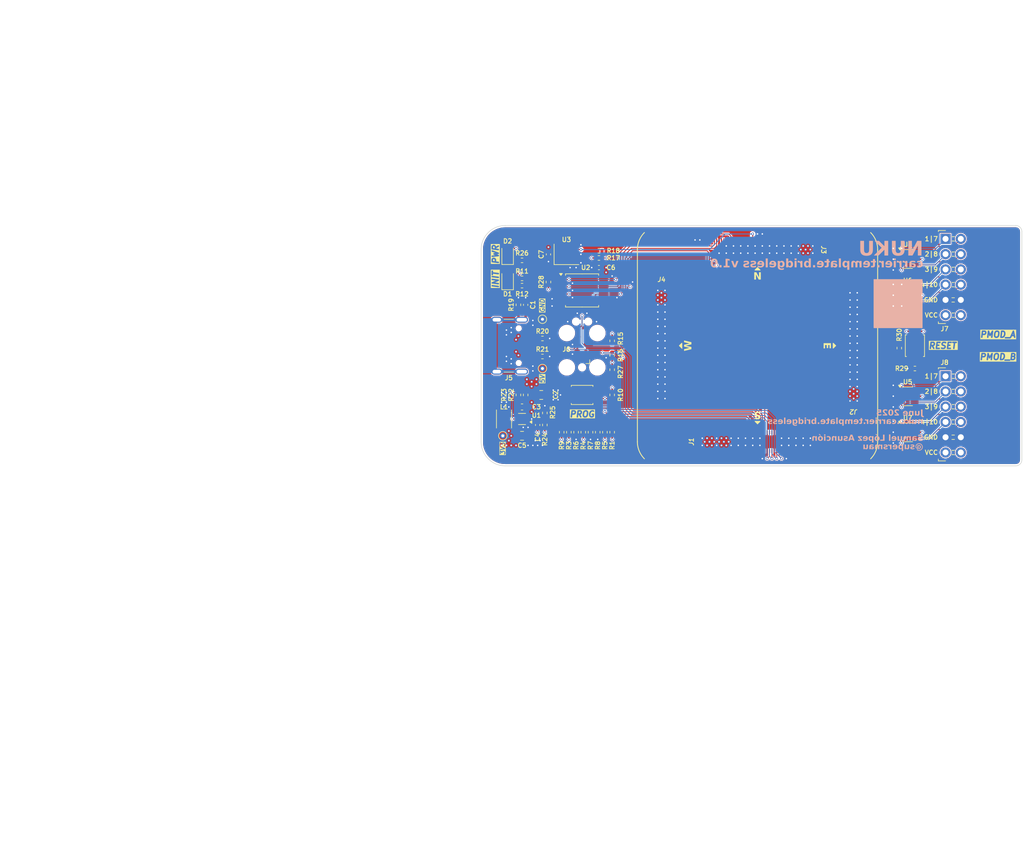
<source format=kicad_pcb>
(kicad_pcb (version 20241229) (generator "pcbnew") (generator_version "9.0")
  (title_block (title "nuku.carrier.template.basic") (date "2025-06-25") (rev "0") (company "Samuel López Asunción") (comment 1 "@supersmau"))
  (layers (0 "F.Cu" signal "L1_(Sig).Cu") (4 "In1.Cu" power "L2_(GND).Cu") (6 "In2.Cu" power "L3_(GND).Cu") (2 "B.Cu" signal "L4_(Sig).Cu") (13 "F.Paste" user) (15 "B.Paste" user) (5 "F.SilkS" user "F.Silkscreen") (7 "B.SilkS" user "B.Silkscreen") (1 "F.Mask" user) (3 "B.Mask" user) (25 "Edge.Cuts" user))
  (net 0 "")
  (net 1 "GND")
  (net 2 "+3V3")
  (net 3 "+5V")
  (net 5 "/power/FB_3V3")
  (net 6 "/core-south-0/CONFIG_PROG")
  (net 7 "/core-south-0/CONFIG_M2")
  (net 8 "SHIELD")
  (net 10 "/core-south-0/PWR_LOOPBACK")
  (net 12 "/core-south-0/CONFIG_M0")
  (net 13 "/core-south-0/JTAG_TDO")
  (net 14 "/core-south-0/JTAG_TMS")
  (net 15 "/core-south-0/MGTP_CLK0_P")
  (net 16 "/core-south-0/MGTP_TX3_P")
  (net 17 "/core-south-0/MGTP_TX0_P")
  (net 18 "/core-south-0/MGTP_RX3_P")
  (net 19 "/core-south-0/JTAG_TDI")
  (net 20 "/core-south-0/MGTP_CLK1_N")
  (net 21 "/core-south-0/MGTP_TX3_N")
  (net 22 "/core-south-0/MGTP_RX2_P")
  (net 24 "/core-south-0/CONFIG_INIT")
  (net 27 "/core-south-0/MGTP_RX3_N")
  (net 29 "/core-south-0/MGTP_TX0_N")
  (net 30 "/core-south-0/CONFIG_DONE")
  (net 31 "/core-south-0/MGTP_RX1_N")
  (net 32 "/core-south-0/MGTP_RX0_P")
  (net 33 "/core-south-0/JTAG_TCK")
  (net 35 "/core-south-0/MGTP_RX1_P")
  (net 37 "/core-south-0/MGTP_RX0_N")
  (net 38 "/core-south-0/MGTP_TX1_P")
  (net 39 "/core-south-0/MGTP_TX2_P")
  (net 40 "/core-south-0/MGTP_RX2_N")
  (net 42 "/core-south-0/MGTP_TX2_N")
  (net 43 "/core-south-0/MGTP_CLK1_P")
  (net 44 "/core-south-0/MGTP_TX1_N")
  (net 45 "/core-south-0/CONFIG_M1")
  (net 46 "/core-east-34/PMOD_B8")
  (net 47 "/core-east-34/IO34_23_N")
  (net 48 "/core-east-34/IO34_25")
  (net 49 "/core-east-34/PMOD_B9")
  (net 50 "/core-east-34/IO34_16_P")
  (net 51 "/core-east-34/IO34_15_P")
  (net 52 "/core-east-34/IO34_13_P")
  (net 53 "/core-east-34/IO34_9_N")
  (net 54 "/core-east-34/RESET")
  (net 55 "/core-east-34/IO34_5_P")
  (net 56 "/core-east-34/IO34_13_N")
  (net 57 "/core-east-34/IO34_14_N")
  (net 58 "/core-east-34/IO34_15_N")
  (net 59 "/core-east-34/PMOD_B10")
  (net 60 "/core-east-34/IO34_23_P")
  (net 61 "/core-east-34/PMOD_A10")
  (net 62 "/core-east-34/IO34_17_N")
  (net 63 "/core-east-34/IO34_3_N")
  (net 64 "/core-east-34/IO34_12_P")
  (net 65 "/core-east-34/IO34_12_N")
  (net 66 "/core-east-34/IO34_19_N")
  (net 67 "/core-east-34/IO34_5_N")
  (net 68 "/core-east-34/IO34_19_P")
  (net 69 "/core-east-34/IO34_16_N")
  (net 70 "/core-east-34/PMOD_A7")
  (net 71 "/core-east-34/IO34_9_P")
  (net 72 "/core-east-34/IO34_7_P")
  (net 73 "/core-east-34/IO34_11_N")
  (net 74 "/core-east-34/IO34_11_P")
  (net 75 "/core-east-34/IO34_3_P")
  (net 76 "/core-east-34/IO34_0")
  (net 77 "/core-east-34/IO34_10_N")
  (net 78 "/core-east-34/PMOD_A9")
  (net 79 "/core-east-34/IO34_21_N")
  (net 80 "/core-east-34/IO34_1_P")
  (net 81 "/core-east-34/IO34_1_N")
  (net 82 "/core-east-34/IO34_7_N")
  (net 83 "/core-east-34/PMOD_B7")
  (net 84 "/core-east-34/PMOD_A8")
  (net 85 "/core-east-34/IO34_21_P")
  (net 86 "/core-east-34/IO34_17_P")
  (net 87 "/core-east-34/IO34_14_P")
  (net 88 "/core-north-14/IO14_21_N")
  (net 89 "/core-north-14/IO14_14_P")
  (net 90 "/core-west-15/IO15_12_P")
  (net 91 "/core-north-14/IO14_14_N")
  (net 92 "/core-north-14/IO14_3_N")
  (net 93 "/core-north-14/IO14_16_N")
  (net 94 "/core-north-14/IO14_9_N")
  (net 95 "/core-north-14/IO14_3_P")
  (net 96 "/core-north-14/IO14_20_N")
  (net 97 "/core-north-14/IO14_16_P")
  (net 98 "/core-north-14/IO14_6_N")
  (net 99 "/core-north-14/IO14_4_N")
  (net 100 "/core-north-14/IO14_11_N")
  (net 101 "/core-north-14/IO14_21_P")
  (net 102 "/core-north-14/IO14_19_N")
  (net 103 "/core-north-14/IO14_22_N")
  (net 104 "/core-north-14/IO14_8_N")
  (net 105 "/core-north-14/IO14_18_P")
  (net 106 "/core-north-14/IO14_9_P")
  (net 107 "/core-north-14/IO14_5_P")
  (net 108 "/core-north-14/IO14_19_P")
  (net 109 "/core-north-14/IO14_13_P")
  (net 110 "/core-north-14/IO14_12_N")
  (net 111 "/core-north-14/IO14_13_N")
  (net 112 "/core-north-14/IO14_17_P")
  (net 113 "/core-north-14/IO14_10_N")
  (net 114 "/core-north-14/IO14_17_N")
  (net 115 "/core-north-14/IO14_11_P")
  (net 116 "/core-north-14/IO14_15_N")
  (net 117 "/core-north-14/IO14_23_N")
  (net 118 "/core-north-14/IO14_7_P")
  (net 119 "/core-north-14/IO14_23_P")
  (net 120 "/core-north-14/IO14_15_P")
  (net 121 "/core-north-14/IO14_8_P")
  (net 122 "/core-north-14/IO14_20_P")
  (net 123 "/core-north-14/IO14_24_N")
  (net 124 "/core-north-14/IO14_7_N")
  (net 125 "/core-north-14/IO14_24_P")
  (net 126 "/core-north-14/IO14_22_P")
  (net 127 "Net-(D2-K)")
  (net 128 "/core-north-14/IO14_10_P")
  (net 129 "/core-north-14/IO14_25")
  (net 130 "/core-north-14/IO14_4_P")
  (net 131 "/core-north-14/IO14_18_N")
  (net 132 "/core-north-14/IO14_0")
  (net 133 "/core-north-14/IO14_5_N")
  (net 134 "/core-west-15/IO15_15_N")
  (net 135 "/core-west-15/IO15_14_N")
  (net 136 "/core-west-15/IO15_4_N")
  (net 137 "/core-west-15/IO15_8_P")
  (net 138 "/core-west-15/IO15_13_P")
  (net 139 "/core-west-15/IO15_21_P")
  (net 140 "/core-west-15/IO15_5_N")
  (net 141 "/core-west-15/IO15_25")
  (net 142 "/core-west-15/IO15_9_N")
  (net 143 "/core-west-15/IO15_18_N")
  (net 144 "/core-west-15/IO15_2_N")
  (net 145 "/core-west-15/IO15_5_P")
  (net 146 "/core-west-15/IO15_20_N")
  (net 147 "/core-west-15/IO15_3_N")
  (net 148 "/core-west-15/IO15_1_N")
  (net 149 "/core-west-15/IO15_18_P")
  (net 150 "/core-west-15/IO15_15_P")
  (net 151 "/core-west-15/IO15_17_P")
  (net 152 "/core-west-15/IO15_3_P")
  (net 153 "/core-west-15/IO15_9_P")
  (net 154 "/core-west-15/IO15_7_N")
  (net 155 "/core-west-15/IO15_23_N")
  (net 156 "/core-south-0/PGOOD")
  (net 157 "/core-west-15/IO15_23_P")
  (net 158 "/core-west-15/IO15_16_N")
  (net 159 "/core-west-15/IO15_14_P")
  (net 160 "/core-west-15/IO15_13_N")
  (net 161 "/core-west-15/IO15_17_N")
  (net 162 "/core-west-15/IO15_24_N")
  (net 163 "/core-west-15/IO15_7_P")
  (net 164 "/core-west-15/IO15_22_N")
  (net 165 "/core-west-15/IO15_4_P")
  (net 166 "/core-west-15/IO15_21_N")
  (net 167 "/core-west-15/IO15_11_N")
  (net 168 "/core-west-15/IO15_22_P")
  (net 169 "/core-west-15/IO15_2_P")
  (net 170 "/core-west-15/IO15_19_P")
  (net 171 "/core-west-15/IO15_19_N")
  (net 172 "/core-west-15/IO15_24_P")
  (net 173 "/core-west-15/IO15_6_N")
  (net 174 "/core-west-15/IO15_20_P")
  (net 175 "/core-west-15/IO15_0")
  (net 176 "Net-(D1-K)")
  (net 177 "/core-west-15/IO15_16_P")
  (net 178 "/core-west-15/IO15_6_P")
  (net 179 "/core-west-15/IO15_11_P")
  (net 180 "/core-west-15/IO15_1_P")
  (net 181 "/core-west-15/IO15_8_N")
  (net 182 "/core-south-0/CONFIG_CFGBVS")
  (net 183 "/core-west-15/IO15_12_N")
  (net 184 "/core-west-15/IO15_10_N")
  (net 185 "/core-west-15/IO15_10_P")
  (net 189 "/config/CONFIG_CLK")
  (net 190 "Net-(J5-CC1)")
  (net 192 "/jtag/JTAG_HALT")
  (net 193 "Net-(J5-CC2)")
  (net 196 "/jtag/JTAG_VREF")
  (net 197 "Net-(R29-Pad2)")
  (net 198 "/power/SW_3V3")
  (net 199 "/power/EN_3V3")
  (net 201 "/config/CONFIG_FCS_B")
  (net 202 "/power/PG_3V3")
  (net 203 "/config/CONFIG_MOSI_D00")
  (net 204 "/config/CONFIG_DIN_D01")
  (net 205 "/config/CONFIG_D03")
  (net 206 "/config/CONFIG_D02")
  (net 207 "/config/CLK")
  (net 208 "/core-east-34/PMOD_B4")
  (net 209 "/core-east-34/PMOD_B2")
  (net 210 "/core-east-34/PMOD_B1")
  (net 211 "/core-east-34/PMOD_B3")
  (net 212 "/core-east-34/PMOD_A2")
  (net 213 "/core-east-34/PMOD_A1")
  (net 214 "/core-east-34/PMOD_A4")
  (net 215 "/core-east-34/PMOD_A3")
  (net 216 "/core-south-0/MGTP_CLK0_N")
  (footprint "Package_TO_SOT_SMD:SOT-23-6" (layer "F.Cu") (at 173.5 119.43)
    (property "Reference" "U7")
    (property "Value" "SRV05-4")
  )
  (footprint "Resistor_SMD:R_0402_1005Metric" (layer "F.Cu") (at 109.3 93.8 180)
    (property "Reference" "R11")
    (property "Value" "4k7")
  )
  (footprint "Package_TO_SOT_SMD:SOT-23-6" (layer "F.Cu") (at 173.5 113.43)
    (property "Reference" "U5")
    (property "Value" "SRV05-4")
  )
  (footprint "Crystal:Crystal_SMD_3225-4Pin_3.2x2.5mm" (layer "F.Cu") (at 116.7 89.8)
    (property "Reference" "U3")
    (property "Value" "OT3225100MJBA4SL")
  )
  (footprint "Resistor_SMD:R_0402_1005Metric" (layer "F.Cu") (at 124.3 104.2 90)
    (property "Reference" "R15")
    (property "Value" "10k")
  )
  (footprint "Resistor_SMD:R_0402_1005Metric" (layer "F.Cu") (at 119.5 119.4 -90)
    (property "Reference" "R4")
    (property "Value" "1k")
  )
  (footprint "Resistor_SMD:R_0402_1005Metric" (layer "F.Cu") (at 124.3 109 -90)
    (property "Reference" "R27")
    (property "Value" "0")
  )
  (footprint "Resistor_SMD:R_0402_1005Metric" (layer "F.Cu") (at 108.7 113.2 90)
    (property "Reference" "R23")
    (property "Value" "200k")
  )
  (footprint "Resistor_SMD:R_0402_1005Metric" (layer "F.Cu") (at 113.7 94.4 90)
    (property "Reference" "R28")
    (property "Value" "4k7")
  )
  (footprint "Resistor_SMD:R_0402_1005Metric" (layer "F.Cu") (at 121.9 119.4 90)
    (property "Reference" "R8")
    (property "Value" "1k")
  )
  (footprint "Resistor_SMD:R_0402_1005Metric" (layer "F.Cu") (at 108.7 98.2 90)
    (property "Reference" "R19")
    (property "Value" "1M")
  )
  (footprint "Capacitor_SMD:C_0402_1005Metric" (layer "F.Cu") (at 113.7 89.8 -90)
    (property "Reference" "C7")
    (property "Value" "470n")
  )
  (footprint "Resistor_SMD:R_0402_1005Metric" (layer "F.Cu") (at 124.3 106.6 -90)
    (property "Reference" "R16")
    (property "Value" "10k")
  )
  (footprint "Resistor_SMD:R_0402_1005Metric" (layer "F.Cu") (at 109.9 113.2 -90)
    (property "Reference" "R22")
    (property "Value" "100k")
  )
  (footprint "Resistor_SMD:R_0402_1005Metric" (layer "F.Cu") (at 113.1 118.2 -90)
    (property "Reference" "R24")
    (property "Value" "100k")
  )
  (footprint "nuku:DF40C-90DS-0.4V" (layer "F.Cu") (at 132.5 105)
    (property "Reference" "J4")
    (property "Value" "DF40C-90DS-0.4V" (hide yes))
  )
  (footprint "LED_SMD:LED_0805_2012Metric" (layer "F.Cu") (at 106.9 94 90)
    (property "Reference" "D1")
    (property "Value" "INIT")
  )
  (footprint "Capacitor_SMD:C_0402_1005Metric" (layer "F.Cu") (at 109.9 98.2 -90)
    (property "Reference" "C1")
    (property "Value" "470n")
  )
  (footprint "TestPoint:TestPoint_THTPad_D1.0mm_Drill0.5mm" (layer "F.Cu") (at 106.1 120 -90)
    (property "Reference" "3V3")
    (property "Value" "TestPoint_THTPad_D1.0mm_Drill0.5mm")
  )
  (footprint "nuku:DF40C-90DS-0.4V" (layer "F.Cu") (at 148.5 89 -90)
    (property "Reference" "J3")
    (property "Value" "DF40C-90DS-0.4V" (hide yes))
  )
  (footprint "Resistor_SMD:R_0402_1005Metric" (layer "F.Cu") (at 117.1 119.4 -90)
    (property "Reference" "R3")
    (property "Value" "1k")
  )
  (footprint "Resistor_SMD:R_0402_1005Metric" (layer "F.Cu") (at 109.3 95 180)
    (property "Reference" "R12")
    (property "Value" "1k")
  )
  (footprint "nuku:DF40C-90DS-0.4V" (layer "F.Cu") (at 164.5 105 180)
    (property "Reference" "J2")
    (property "Value" "DF40C-90DS-0.4V" (hide yes))
  )
  (footprint "Resistor_SMD:R_0402_1005Metric" (layer "F.Cu") (at 112.7 103.8 180)
    (property "Reference" "R20")
    (property "Value" "5k1")
  )
  (footprint "Capacitor_SMD:C_0805_2012Metric" (layer "F.Cu") (at 109.3 120)
    (property "Reference" "C5")
    (property "Value" "47u")
  )
  (footprint "Resistor_SMD:R_0402_1005Metric" (layer "F.Cu") (at 172.1 105.4 -90)
    (property "Reference" "R30")
    (property "Value" "4k7")
  )
  (footprint "nuku:DF40C-90DS-0.4V" (layer "F.Cu") (at 148.5 121 90)
    (property "Reference" "J1")
    (property "Value" "DF40C-90DS-0.4V" (hide yes))
  )
  (footprint "Capacitor_SMD:C_0402_1005Metric" (layer "F.Cu") (at 122.1 92 180)
    (property "Reference" "C6")
    (property "Value" "470n")
  )
  (footprint "Resistor_SMD:R_0402_1005Metric" (layer "F.Cu") (at 113.1 116.2 -90)
    (property "Reference" "R25")
    (property "Value" "22k")
  )
  (footprint "Resistor_SMD:R_0402_1005Metric" (layer "F.Cu") (at 122.1 90.4 180)
    (property "Reference" "R17")
    (property "Value" "1k")
  )
  (footprint "TestPoint:TestPoint_THTPad_D1.0mm_Drill0.5mm" (layer "F.Cu") (at 112.7 100.6 90)
    (property "Reference" "GND")
    (property "Value" "TestPoint_THTPad_D1.0mm_Drill0.5mm")
  )
  (footprint "Resistor_SMD:R_0402_1005Metric" (layer "F.Cu") (at 115.9 119.4 -90)
    (property "Reference" "R9")
    (property "Value" "330")
  )
  (footprint "Package_TO_SOT_SMD:SOT-23-6" (layer "F.Cu") (at 173.5 96.57)
    (property "Reference" "U6")
    (property "Value" "SRV05-4")
  )
  (footprint "Resistor_SMD:R_0402_1005Metric" (layer "F.Cu") (at 124.3 119.4 90)
    (property "Reference" "R1")
    (property "Value" "0")
  )
  (footprint "Package_TO_SOT_SMD:SOT-23-6" (layer "F.Cu") (at 173.5 90.57)
    (property "Reference" "U4")
    (property "Value" "SRV05-4")
  )
  (footprint "Resistor_SMD:R_0402_1005Metric" (layer "F.Cu") (at 120.7 119.4 90)
    (property "Reference" "R7")
    (property "Value" "1k")
  )
  (footprint "LED_SMD:LED_0805_2012Metric" (layer "F.Cu") (at 106.9 89.8 90)
    (property "Reference" "D2")
    (property "Value" "PWR")
  )
  (footprint "Inductor_SMD:L_Changjiang_FNR252010S" (layer "F.Cu") (at 106.3 117.2 -90)
    (property "Reference" "L1")
    (property "Value" "1u")
  )
  (footprint "Resistor_SMD:R_0402_1005Metric" (layer "F.Cu") (at 124.3 113.2 90)
    (property "Reference" "R10")
    (property "Value" "4k7")
  )
  (footprint "nuku:TYPE-C16PIN" (layer "F.Cu") (at 102.5 105 -90)
    (property "Reference" "J5")
    (property "Value" "USB_C_Receptacle_USB2.0_16P")
  )
  (footprint "nuku:PMOD_PinSocket_2x06_P2.54mm_Horizontal" (layer "F.Cu") (at 192.5 116.43)
    (property "Reference" "J8")
    (property "Value" "PMOD_B")
  )
  (footprint "Resistor_SMD:R_0402_1005Metric" (layer "F.Cu") (at 122.1 89.2)
    (property "Reference" "R18")
    (property "Value" "1k")
  )
  (footprint "nuku:PMOD_PinSocket_2x06_P2.54mm_Horizontal" (layer "F.Cu") (at 192.5 93.57)
    (property "Reference" "J7")
    (property "Value" "PMOD_A")
  )
  (footprint "Capacitor_SMD:C_0402_1005Metric" (layer "F.Cu") (at 111.9 118.2 90)
    (property "Reference" "C4")
    (property "Value" "33p")
  )
  (footprint "Connector:Tag-Connect_TC2050-IDC-FP_2x05_P1.27mm_Vertical" (layer "F.Cu") (at 119.3 104.8 90)
    (property "Reference" "J6")
    (property "Value" "TC2050")
  )
  (footprint "nuku:TS-1088-AR02016" (layer "F.Cu") (at 119.3 113.2)
    (property "Reference" "SW1" (hide yes))
    (property "Value" "PROG")
  )
  (footprint "Resistor_SMD:R_0402_1005Metric" (layer "F.Cu") (at 123.1 119.4 -90)
    (property "Reference" "R5")
    (property "Value" "1k")
  )
  (footprint "nuku:TS-1088-AR02016" (layer "F.Cu") (at 174.7 105 90)
    (property "Reference" "SW2" (hide yes))
    (property "Value" "RESET")
  )
  (footprint "Resistor_SMD:R_0402_1005Metric" (layer "F.Cu") (at 109.3 90.8 180)
    (property "Reference" "R26")
    (property "Value" "1k")
  )
  (footprint "Resistor_SMD:R_0402_1005Metric" (layer "F.Cu") (at 174.7 108.8)
    (property "Reference" "R29")
    (property "Value" "4k7")
  )
  (footprint "Package_TO_SOT_SMD:SOT-563" (layer "F.Cu") (at 109.3 117.2 180)
    (property "Reference" "U1")
    (property "Value" "AP61302")
  )
  (footprint "Package_SO:SOIC-8_5.3x5.3mm_P1.27mm" (layer "F.Cu") (at 119.3 95.8)
    (property "Reference" "U2")
    (property "Value" "IS25LP064A")
  )
  (footprint "Capacitor_SMD:C_0805_2012Metric" (layer "F.Cu") (at 112.5 113.2)
    (property "Reference" "C2")
    (property "Value" "47u")
  )
  (footprint "TestPoint:TestPoint_THTPad_D1.0mm_Drill0.5mm" (layer "F.Cu") (at 112.7 108.8 -90)
    (property "Reference" "5V")
    (property "Value" "TestPoint_THTPad_D1.0mm_Drill0.5mm")
  )
  (footprint "Resistor_SMD:R_0402_1005Metric" (layer "F.Cu") (at 118.3 119.4 90)
    (property "Reference" "R6")
    (property "Value" "1k")
  )
  (footprint "Resistor_SMD:R_0402_1005Metric" (layer "F.Cu") (at 112.7 106.8 180)
    (property "Reference" "R21")
    (property "Value" "5k1")
  )
  (footprint "Capacitor_SMD:C_0603_1608Metric" (layer "F.Cu") (at 109.3 115.2 180)
    (property "Reference" "C3")
    (property "Value" "4u7")
  )
  (gr_arc (start 168.5 121) (mid 168.195518 122.530734) (end 167.328427 123.828427) (stroke (width 0.15)) (layer "F.SilkS"))
  (gr_poly (pts (xy 161.1 104.6) (xy 161.5 105) (xy 161.1 105.4)) (stroke (width 0.15)) (fill yes) (layer "F.SilkS"))
  (gr_poly (pts (xy 148.9 117.6) (xy 148.5 118) (xy 148.1 117.6)) (stroke (width 0.15)) (fill yes) (layer "F.SilkS"))
  (gr_line (start 128.5 121) (end 128.5 89) (stroke (width 0.15)) (layer "F.SilkS"))
  (gr_arc (start 128.5 89) (mid 128.804482 87.469266) (end 129.671573 86.171573) (stroke (width 0.15)) (layer "F.SilkS"))
  (gr_line (start 168.5 89) (end 168.5 121) (stroke (width 0.15)) (layer "F.SilkS"))
  (gr_poly (pts (xy 135.9 105.4) (xy 135.5 105) (xy 135.9 104.6)) (stroke (width 0.15)) (fill yes) (layer "F.SilkS"))
  (gr_arc (start 167.328427 86.171573) (mid 168.195518 87.469266) (end 168.5 89) (stroke (width 0.15)) (layer "F.SilkS"))
  (gr_arc (start 129.671573 123.828427) (mid 128.804482 122.530734) (end 128.5 121) (stroke (width 0.15)) (layer "F.SilkS"))
  (gr_poly (pts (xy 148.1 92.4) (xy 148.5 92) (xy 148.9 92.4)) (stroke (width 0.15)) (fill yes) (layer "F.SilkS"))
  (gr_rect (start 167.9 94) (end 175.9 102) (stroke (width 0.15)) (fill yes) (layer "B.SilkS"))
  (gr_arc (start 192.5 124) (mid 192.207107 124.707107) (end 191.5 125) (stroke (width 0.1)) (layer "Edge.Cuts"))
  (gr_line (start 192.5 86) (end 192.5 124) (stroke (width 0.1)) (layer "Edge.Cuts"))
  (gr_line (start 106.5 85) (end 191.5 85) (stroke (width 0.1)) (layer "Edge.Cuts"))
  (gr_arc (start 106.5 125) (mid 103.671573 123.828427) (end 102.5 121) (stroke (width 0.1)) (layer "Edge.Cuts"))
  (gr_line (start 102.5 121) (end 102.5 89) (stroke (width 0.1)) (layer "Edge.Cuts"))
  (gr_arc (start 191.5 85) (mid 192.207107 85.292893) (end 192.5 86) (stroke (width 0.1)) (layer "Edge.Cuts"))
  (gr_line (start 191.5 125) (end 106.5 125) (stroke (width 0.1)) (layer "Edge.Cuts"))
  (gr_arc (start 102.5 89) (mid 103.671573 86.171573) (end 106.5 85) (stroke (width 0.1)) (layer "Edge.Cuts"))
  (gr_text "W" (at 137.7 105 90) (layer "F.SilkS") (effects (font (size 1.2 1.2) (thickness 0.25) (italic yes)) (justify bottom)))
  (gr_text "N" (at 148.5 94.2 0) (layer "F.SilkS") (effects (font (size 1.2 1.2) (thickness 0.25) (italic yes)) (justify bottom)))
  (gr_text "E" (at 159.3 105 270) (layer "F.SilkS") (effects (font (size 1.2 1.2) (thickness 0.25) (italic yes)) (justify bottom)))
  (gr_text "S" (at 148.5 115.8 180) (layer "F.SilkS") (effects (font (size 1.2 1.2) (thickness 0.25) (italic yes)) (justify bottom)))
  (gr_text "carrier.template.bridgeless v1.0" (at 176.1 92.2 0) (layer "B.SilkS") (effects (font (size 1.4 1.4) (thickness 0.25) (italic yes)) (justify left bottom mirror)))
  (gr_text "June 2025" (at 176.1 116.8 0) (layer "B.SilkS") (effects (font (size 1 1) (thickness 0.25) (italic yes)) (justify left bottom mirror)))
  (gr_text "nuku.carrier.template.bridgeless" (at 176.1 118.2 0) (layer "B.SilkS") (effects (font (size 1 1) (thickness 0.25) (italic yes)) (justify left bottom mirror)))
  (gr_text "NUKU" (at 176.1 90.4 0) (layer "B.SilkS") (effects (font (size 2.4 2.4) (thickness 0.25) (italic yes)) (justify left bottom mirror)))
  (gr_text "@supersmau" (at 176.1 122.4 0) (layer "B.SilkS") (effects (font (size 1 1) (thickness 0.25) (italic yes)) (justify left bottom mirror)))
  (gr_text "Samuel López Asunción" (at 176.1 121 0) (layer "B.SilkS") (effects (font (size 1 1) (thickness 0.25) (italic yes)) (justify left bottom mirror)))
  (segment (start 144.1 122.54) (end 144.1 121.6) (width 0.15) (layer "F.Cu") (net 1))
  (segment (start 144.1 119.46) (end 144.1 120.4) (width 0.15) (layer "F.Cu") (net 1))
  (segment (start 141.7 122.54) (end 141.7 121.6) (width 0.15) (layer "F.Cu") (net 1))
  (segment (start 141.7 119.46) (end 141.7 120.4) (width 0.15) (layer "F.Cu") (net 1))
  (via (at 163.9 110.6) (size 0.45) (drill 0.25) (layers "F.Cu" "B.Cu") (net 1))
  (via (at 133.1 95.8) (size 0.45) (drill 0.25) (layers "F.Cu" "B.Cu") (net 1))
  (via (at 111.1 121.6) (size 0.45) (drill 0.25) (layers "F.Cu" "B.Cu") (net 1))
  (via (at 163.9 98.6) (size 0.45) (drill 0.25) (layers "F.Cu" "B.Cu") (net 1))
  (via (at 150.5 88.4) (size 0.45) (drill 0.25) (layers "F.Cu" "B.Cu") (net 1))
  (via (at 163.9 96.2) (size 0.45) (drill 0.25) (layers "F.Cu" "B.Cu") (net 1))
  (via (at 114.9 113.2) (size 0.45) (drill 0.25) (layers "F.Cu" "B.Cu") (net 1))
  (via (at 155.3 89.6) (size 0.45) (drill 0.25) (layers "F.Cu" "B.Cu") (net 1))
  (via (at 154.1 88.4) (size 0.45) (drill 0.25) (layers "F.Cu" "B.Cu") (net 1))
  (via (at 155.3 88.4) (size 0.45) (drill 0.25) (layers "F.Cu" "B.Cu") (net 1))
  (via (at 154.9 120.4) (size 0.45) (drill 0.25) (layers "F.Cu" "B.Cu") (net 1))
  (via (at 131.9 103) (size 0.45) (drill 0.25) (layers "F.Cu" "B.Cu") (net 1))
  (via (at 131.9 100.6) (size 0.45) (drill 0.25) (layers "F.Cu" "B.Cu") (net 1))
  (via (at 112.7 121.6) (size 0.45) (drill 0.25) (layers "F.Cu" "B.Cu") (net 1))
  (via (at 111.9 121.6) (size 0.45) (drill 0.25) (layers "F.Cu" "B.Cu") (net 1))
  (via (at 125.3 106.2) (size 0.45) (drill 0.25) (layers "F.Cu" "B.Cu") (net 1))
  (via (at 171.1 111.6) (size 0.45) (drill 0.25) (layers "F.Cu" "B.Cu") (net 1))
  (via (at 165.1 108.2) (size 0.45) (drill 0.25) (layers "F.Cu" "B.Cu") (net 1))
  (via (at 165.1 105.8) (size 0.45) (drill 0.25) (layers "F.Cu" "B.Cu") (net 1))
  (via (at 123.3 107) (size 0.45) (drill 0.25) (layers "F.Cu" "B.Cu") (net 1))
  (via (at 144.5 88.4) (size 0.45) (drill 0.25) (layers "F.Cu" "B.Cu") (net 1))
  (via (at 106.7 112.8) (size 0.45) (drill 0.25) (layers "F.Cu" "B.Cu") (net 1))
  (via (at 133.1 99.4) (size 0.45) (drill 0.25) (layers "F.Cu" "B.Cu") (net 1))
  (via (at 146.9 88.4) (size 0.45) (drill 0.25) (layers "F.Cu" "B.Cu") (net 1))
  (via (at 131.9 106.6) (size 0.45) (drill 0.25) (layers "F.Cu" "B.Cu") (net 1))
  (via (at 165.1 110.6) (size 0.45) (drill 0.25) (layers "F.Cu" "B.Cu") (net 1))
  (via (at 165.1 96.2) (size 0.45) (drill 0.25) (layers "F.Cu" "B.Cu") (net 1))
  (via (at 150.5 89.6) (size 0.45) (drill 0.25) (layers "F.Cu" "B.Cu") (net 1))
  (via (at 133.1 100.6) (size 0.45) (drill 0.25) (layers "F.Cu" "B.Cu") (net 1))
  (via (at 111.1 100.8) (size 0.45) (drill 0.25) (layers "F.Cu" "B.Cu") (net 1))
  (via (at 131.9 99.4) (size 0.45) (drill 0.25) (layers "F.Cu" "B.Cu") (net 1))
  (via (at 125.1 97) (size 0.45) (drill 0.25) (layers "F.Cu" "B.Cu") (net 1))
  (via (at 110.3 121.6) (size 0.45) (drill 0.25) (layers "F.Cu" "B.Cu") (net 1))
  (via (at 107.1 115.2) (size 0.45) (drill 0.25) (layers "F.Cu" "B.Cu") (net 1))
  (via (at 121.7 101) (size 0.45) (drill 0.25) (layers "F.Cu" "B.Cu") (net 1))
  (via (at 147.7 120.4) (size 0.45) (drill 0.25) (layers "F.Cu" "B.Cu") (net 1))
  (via (at 171.1 115.2) (size 0.45) (drill 0.25) (layers "F.Cu" "B.Cu") (net 1))
  (via (at 119.1 91.2) (size 0.45) (drill 0.25) (layers "F.Cu" "B.Cu") (net 1))
  (via (at 133.1 98.2) (size 0.45) (drill 0.25) (layers "F.Cu" "B.Cu") (net 1))
  (via (at 171.1 96.6) (size 0.45) (drill 0.25) (layers "F.Cu" "B.Cu") (net 1))
  (via (at 105.9 112.8) (size 0.45) (drill 0.25) (layers "F.Cu" "B.Cu") (net 1))
  (via (at 149.3 88.4) (size 0.45) (drill 0.25) (layers "F.Cu" "B.Cu") (net 1))
  (via (at 154.9 121.6) (size 0.45) (drill 0.25) (layers "F.Cu" "B.Cu") (net 1))
  (via (at 133.1 107.8) (size 0.45) (drill 0.25) (layers "F.Cu" "B.Cu") (net 1))
  (via (at 163.9 105.8) (size 0.45) (drill 0.25) (layers "F.Cu" "B.Cu") (net 1))
  (via (at 171.1 94.8) (size 0.45) (drill 0.25) (layers "F.Cu" "B.Cu") (net 1))
  (via (at 113.9 106.8) (size 0.45) (drill 0.25) (layers "F.Cu" "B.Cu") (net 1))
  (via (at 146.5 120.4) (size 0.45) (drill 0.25) (layers "F.Cu" "B.Cu") (net 1))
  (via (at 131.9 95.8) (size 0.45) (drill 0.25) (layers "F.Cu" "B.Cu") (net 1))
  (via (at 111.1 108.4) (size 0.45) (drill 0.25) (layers "F.Cu" "B.Cu") (net 1))
  (via (at 114.3 97.2) (size 0.45) (drill 0.25) (layers "F.Cu" "B.Cu") (net 1))
  (via (at 117.3 92) (size 0.45) (drill 0.25) (layers "F.Cu" "B.Cu") (net 1))
  (via (at 153.3 123.8) (size 0.45) (drill 0.25) (layers "F.Cu" "B.Cu") (net 1))
  (via (at 133.1 110.2) (size 0.45) (drill 0.25) (layers "F.Cu" "B.Cu") (net 1))
  (via (at 131.9 105.4) (size 0.45) (drill 0.25) (layers "F.Cu" "B.Cu") (net 1))
  (via (at 139.3 120.4) (size 0.45) (drill 0.25) (layers "F.Cu" "B.Cu") (net 1))
  (via (at 146.9 89.6) (size 0.45) (drill 0.25) (layers "F.Cu" "B.Cu") (net 1))
  (via (at 131.9 109) (size 0.45) (drill 0.25) (layers "F.Cu" "B.Cu") (net 1))
  (via (at 106.7 103.2) (size 0.45) (drill 0.25) (layers "F.Cu" "B.Cu") (net 1))
  (via (at 131.9 107.8) (size 0.45) (drill 0.25) (layers "F.Cu" "B.Cu") (net 1))
  (via (at 163.9 101) (size 0.45) (drill 0.25) (layers "F.Cu" "B.Cu") (net 1))
  (via (at 111.1 109.2) (size 0.45) (drill 0.25) (layers "F.Cu" "B.Cu") (net 1))
  (via (at 165.1 107) (size 0.45) (drill 0.25) (layers "F.Cu" "B.Cu") (net 1))
  (via (at 115.3 114) (size 0.45) (drill 0.25) (layers "F.Cu" "B.Cu") (net 1))
  (via (at 109.9 97) (size 0.45) (drill 0.25) (layers "F.Cu" "B.Cu") (net 1))
  (via (at 165.1 98.6) (size 0.45) (drill 0.25) (layers "F.Cu" "B.Cu") (net 1))
  (via (at 131.9 111.4) (size 0.45) (drill 0.25) (layers "F.Cu" "B.Cu") (net 1))
  (via (at 118.5 99.6) (size 0.45) (drill 0.25) (layers "F.Cu" "B.Cu") (net 1))
  (via (at 121.9 120.6) (size 0.45) (drill 0.25) (layers "F.Cu" "B.Cu") (net 1))
  (via (at 133.1 104.2) (size 0.45) (drill 0.25) (layers "F.Cu" "B.Cu") (net 1))
  (via (at 105.9 114.4) (size 0.45) (drill 0.25) (layers "F.Cu" "B.Cu") (net 1))
  (via (at 157.3 120.4) (size 0.45) (drill 0.25) (layers "F.Cu" "B.Cu") (net 1))
  (via (at 143.3 89.6) (size 0.45) (drill 0.25) (layers "F.Cu" "B.Cu") (net 1))
  (via (at 117.7 104.8) (size 0.45) (drill 0.25) (layers "F.Cu" "B.Cu") (net 1))
  (via (at 142.1 89.6) (size 0.45) (drill 0.25) (layers "F.Cu" "B.Cu") (net 1))
  (via (at 114.5 114) (size 0.45) (drill 0.25) (layers "F.Cu" "B.Cu") (net 1))
  (via (at 165.1 97.4) (size 0.45) (drill 0.25) (layers "F.Cu" "B.Cu") (net 1))
  (via (at 149.3 86.4) (size 0.45) (drill 0.25) (layers "F.Cu" "B.Cu") (net 1))
  (via (at 151.7 88.4) (size 0.45) (drill 0.25) (layers "F.Cu" "B.Cu") (net 1))
  (via (at 144.5 89.6) (size 0.45) (drill 0.25) (layers "F.Cu" "B.Cu") (net 1))
  (via (at 110.3 118.6) (size 0.45) (drill 0.25) (layers "F.Cu" "B.Cu") (net 1))
  (via (at 106.7 107.6) (size 0.45) (drill 0.25) (layers "F.Cu" "B.Cu") (net 1))
  (via (at 138.1 87.4) (size 0.45) (drill 0.25) (layers "F.Cu" "B.Cu") (net 1))
  (via (at 163.9 102.2) (size 0.45) (drill 0.25) (layers "F.Cu" "B.Cu") (net 1))
  (via (at 141.7 121.6) (size 0.45) (drill 0.25) (layers "F.Cu" "B.Cu") (net 1))
  (via (at 118.3 120.6) (size 0.45) (drill 0.25) (layers "F.Cu" "B.Cu") (net 1))
  (via (at 173.5 108.8) (size 0.45) (drill 0.25) (layers "F.Cu" "B.Cu") (net 1))
  (via (at 156.1 121.6) (size 0.45) (drill 0.25) (layers "F.Cu" "B.Cu") (net 1))
  (via (at 108.7 97) (size 0.45) (drill 0.25) (layers "F.Cu" "B.Cu") (net 1))
  (via (at 163.9 108.2) (size 0.45) (drill 0.25) (layers "F.Cu" "B.Cu") (net 1))
  (via (at 139.3 121.6) (size 0.45) (drill 0.25) (layers "F.Cu" "B.Cu") (net 1))
  (via (at 152.5 120.4) (size 0.45) (drill 0.25) (layers "F.Cu" "B.Cu") (net 1))
  (via (at 163.9 109.4) (size 0.45) (drill 0.25) (layers "F.Cu" "B.Cu") (net 1))
  (via (at 157.3 121.6) (size 0.45) (drill 0.25) (layers "F.Cu" "B.Cu") (net 1))
  (via (at 143.3 88.4) (size 0.45) (drill 0.25) (layers "F.Cu" "B.Cu") (net 1))
  (via (at 114.5 112.4) (size 0.45) (drill 0.25) (layers "F.Cu" "B.Cu") (net 1))
  (via (at 152.9 89.6) (size 0.45) (drill 0.25) (layers "F.Cu" "B.Cu") (net 1))
  (via (at 113.9 103.8) (size 0.45) (drill 0.25) (layers "F.Cu" "B.Cu") (net 1))
  (via (at 106.7 114.4) (size 0.45) (drill 0.25) (layers "F.Cu" "B.Cu") (net 1))
  (via (at 107.5 107.2) (size 0.45) (drill 0.25) (layers "F.Cu" "B.Cu") (net 1))
  (via (at 171.1 92.4) (size 0.45) (drill 0.25) (layers "F.Cu" "B.Cu") (net 1))
  (via (at 145.3 120.4) (size 0.45) (drill 0.25) (layers "F.Cu" "B.Cu") (net 1))
  (via (at 131.9 110.2) (size 0.45) (drill 0.25) (layers "F.Cu" "B.Cu") (net 1))
  (via (at 107.5 102.8) (size 0.45) (drill 0.25) (layers "F.Cu" "B.Cu") (net 1))
  (via (at 149.3 123.8) (size 0.45) (drill 0.25) (layers "F.Cu" "B.Cu") (net 1))
  (via (at 109.5 118.6) (size 0.45) (drill 0.25) (layers "F.Cu" "B.Cu") (net 1))
  (via (at 153.7 120.4) (size 0.45) (drill 0.25) (layers "F.Cu" "B.Cu") (net 1))
  (via (at 163.9 99.8) (size 0.45) (drill 0.25) (layers "F.Cu" "B.Cu") (net 1))
  (via (at 133.1 101.8) (size 0.45) (drill 0.25) (layers "F.Cu" "B.Cu") (net 1))
  (via (at 163.9 97.4) (size 0.45) (drill 0.25) (layers "F.Cu" "B.Cu") (net 1))
  (via (at 115.3 112.4) (size 0.45) (drill 0.25) (layers "F.Cu" "B.Cu") (net 1))
  (via (at 144.1 120.4) (size 0.45) (drill 0.25) (layers "F.Cu" "B.Cu") (net 1))
  (via (at 127.7 94.4) (size 0.45) (drill 0.25) (layers "F.Cu" "B.Cu") (net 1))
  (via (at 171.1 119.4) (size 0.45) (drill 0.25) (layers "F.Cu" "B.Cu") (net 1))
  (via (at 171.1 121.2) (size 0.45) (drill 0.25) (layers "F.Cu" "B.Cu") (net 1))
  (via (at 124.3 93.4) (size 0.45) (drill 0.25) (layers "F.Cu" "B.Cu") (net 1))
  (via (at 111.1 101.6) (size 0.45) (drill 0.25) (layers "F.Cu" "B.Cu") (net 1))
  (via (at 163.9 104.6) (size 0.45) (drill 0.25) (layers "F.Cu" "B.Cu") (net 1))
  (via (at 148.5 86.4) (size 0.45) (drill 0.25) (layers "F.Cu" "B.Cu") (net 1))
  (via (at 153.7 121.6) (size 0.45) (drill 0.25) (layers "F.Cu" "B.Cu") (net 1))
  (via (at 152.5 121.6) (size 0.45) (drill 0.25) (layers "F.Cu" "B.Cu") (net 1))
  (via (at 148.9 120.4) (size 0.45) (drill 0.25) (layers "F.Cu" "B.Cu") (net 1))
  (via (at 117.7 106.4) (size 0.45) (drill 0.25) (layers "F.Cu" "B.Cu") (net 1))
  (via (at 115.7 113.2) (size 0.45) (drill 0.25) (layers "F.Cu" "B.Cu") (net 1))
  (via (at 131.9 101.8) (size 0.45) (drill 0.25) (layers "F.Cu" "B.Cu") (net 1))
  (via (at 133.1 109) (size 0.45) (drill 0.25) (layers "F.Cu" "B.Cu") (net 1))
  (via (at 163.9 114.2) (size 0.45) (drill 0.25) (layers "F.Cu" "B.Cu") (net 1))
  (via (at 165.1 111.8) (size 0.45) (drill 0.25) (layers "F.Cu" "B.Cu") (net 1))
  (via (at 114.3 98.4) (size 0.45) (drill 0.25) (layers "F.Cu" "B.Cu") (net 1))
  (via (at 120.9 92) (size 0.45) (drill 0.25) (layers "F.Cu" "B.Cu") (net 1))
  (via (at 119.1 89.8) (size 0.45) (drill 0.25) (layers "F.Cu" "B.Cu") (net 1))
  (via (at 171.1 117.6) (size 0.45) (drill 0.25) (layers "F.Cu" "B.Cu") (net 1))
  (via (at 113.1 115) (size 0.45) (drill 0.25) (layers "F.Cu" "B.Cu") (net 1))
  (via (at 133.1 103) (size 0.45) (drill 0.25) (layers "F.Cu" "B.Cu") (net 1))
  (via (at 152.9 88.4) (size 0.45) (drill 0.25) (layers "F.Cu" "B.Cu") (net 1))
  (via (at 171.1 88.8) (size 0.45) (drill 0.25) (layers "F.Cu" "B.Cu") (net 1))
  (via (at 165.1 109.4) (size 0.45) (drill 0.25) (layers "F.Cu" "B.Cu") (net 1))
  (via (at 146.5 121.6) (size 0.45) (drill 0.25) (layers "F.Cu" "B.Cu") (net 1))
  (via (at 118.3 92) (size 0.45) (drill 0.25) (layers "F.Cu" "B.Cu") (net 1))
  (via (at 145.7 89.6) (size 0.45) (drill 0.25) (layers "F.Cu" "B.Cu") (net 1))
  (via (at 111.5 120.8) (size 0.45) (drill 0.25) (layers "F.Cu" "B.Cu") (net 1))
  (via (at 107.1 113.6) (size 0.45) (drill 0.25) (layers "F.Cu" "B.Cu") (net 1))
  (via (at 149.3 89.6) (size 0.45) (drill 0.25) (layers "F.Cu" "B.Cu") (net 1))
  (via (at 107.5 108) (size 0.45) (drill 0.25) (layers "F.Cu" "B.Cu") (net 1))
  (via (at 133.1 106.6) (size 0.45) (drill 0.25) (layers "F.Cu" "B.Cu") (net 1))
  (via (at 141.7 120.4) (size 0.45) (drill 0.25) (layers "F.Cu" "B.Cu") (net 1))
  (via (at 151.7 89.6) (size 0.45) (drill 0.25) (layers "F.Cu" "B.Cu") (net 1))
  (via (at 120.1 99.6) (size 0.45) (drill 0.25) (layers "F.Cu" "B.Cu") (net 1))
  (via (at 165.1 114.2) (size 0.45) (drill 0.25) (layers "F.Cu" "B.Cu") (net 1))
  (via (at 133.1 105.4) (size 0.45) (drill 0.25) (layers "F.Cu" "B.Cu") (net 1))
  (via (at 133.1 111.4) (size 0.45) (drill 0.25) (layers "F.Cu" "B.Cu") (net 1))
  (via (at 148.9 121.6) (size 0.45) (drill 0.25) (layers "F.Cu" "B.Cu") (net 1))
  (via (at 148.1 88.4) (size 0.45) (drill 0.25) (layers "F.Cu" "B.Cu") (net 1))
  (via (at 131.9 98.2) (size 0.45) (drill 0.25) (layers "F.Cu" "B.Cu") (net 1))
  (via (at 171.1 98.4) (size 0.45) (drill 0.25) (layers "F.Cu" "B.Cu") (net 1))
  (via (at 165.1 102.2) (size 0.45) (drill 0.25) (layers "F.Cu" "B.Cu") (net 1))
  (via (at 157.7 88.4) (size 0.45) (drill 0.25) (layers "F.Cu" "B.Cu") (net 1))
  (via (at 156.1 120.4) (size 0.45) (drill 0.25) (layers "F.Cu" "B.Cu") (net 1))
  (via (at 157.7 89.6) (size 0.45) (drill 0.25) (layers "F.Cu" "B.Cu") (net 1))
  (via (at 163.9 103.4) (size 0.45) (drill 0.25) (layers "F.Cu" "B.Cu") (net 1))
  (via (at 133.1 112.6) (size 0.45) (drill 0.25) (layers "F.Cu" "B.Cu") (net 1))
  (via (at 107.5 102) (size 0.45) (drill 0.25) (layers "F.Cu" "B.Cu") (net 1))
  (via (at 117.7 97) (size 0.45) (drill 0.25) (layers "F.Cu" "B.Cu") (net 1))
  (via (at 106.7 102.4) (size 0.45) (drill 0.25) (layers "F.Cu" "B.Cu") (net 1))
  (via (at 145.7 88.4) (size 0.45) (drill 0.25) (layers "F.Cu" "B.Cu") (net 1))
  (via (at 117.7 94.6) (size 0.45) (drill 0.25) (layers "F.Cu" "B.Cu") (net 1))
  (via (at 119.1 88.2) (size 0.45) (drill 0.25) (layers "F.Cu" "B.Cu") (net 1))
  (via (at 138.9 87.4) (size 0.45) (drill 0.25) (layers "F.Cu" "B.Cu") (net 1))
  (via (at 165.1 104.6) (size 0.45) (drill 0.25) (layers "F.Cu" "B.Cu") (net 1))
  (via (at 165.1 101) (size 0.45) (drill 0.25) (layers "F.Cu" "B.Cu") (net 1))
  (via (at 165.1 99.8) (size 0.45) (drill 0.25) (layers "F.Cu" "B.Cu") (net 1))
  (via (at 131.9 113.8) (size 0.45) (drill 0.25) (layers "F.Cu" "B.Cu") (net 1))
  (via (at 106.7 106.8) (size 0.45) (drill 0.25) (layers "F.Cu" "B.Cu") (net 1))
  (via (at 163.9 111.8) (size 0.45) (drill 0.25) (layers "F.Cu" "B.Cu") (net 1))
  (via (at 116.9 101) (size 0.45) (drill 0.25) (layers "F.Cu" "B.Cu") (net 1))
  (via (at 171.1 90.6) (size 0.45) (drill 0.25) (layers "F.Cu" "B.Cu") (net 1))
  (via (at 106.3 113.6) (size 0.45) (drill 0.25) (layers "F.Cu" "B.Cu") (net 1))
  (via (at 145.3 121.6) (size 0.45) (drill 0.25) (layers "F.Cu" "B.Cu") (net 1))
  (via (at 165.1 103.4) (size 0.45) (drill 0.25) (layers "F.Cu" "B.Cu") (net 1))
  (via (at 113.7 91) (size 0.45) (drill 0.25) (layers "F.Cu" "B.Cu") (net 1))
  (via (at 133.1 113.8) (size 0.45) (drill 0.25) (layers "F.Cu" "B.Cu") (net 1))
  (via (at 163.9 107) (size 0.45) (drill 0.25) (layers "F.Cu" "B.Cu") (net 1))
  (via (at 131.9 112.6) (size 0.45) (drill 0.25) (layers "F.Cu" "B.Cu") (net 1))
  (via (at 106.3 115.2) (size 0.45) (drill 0.25) (layers "F.Cu" "B.Cu") (net 1))
  (via (at 112.3 120.8) (size 0.45) (drill 0.25) (layers "F.Cu" "B.Cu") (net 1))
  (via (at 131.9 104.2) (size 0.45) (drill 0.25) (layers "F.Cu" "B.Cu") (net 1))
  (via (at 147.7 121.6) (size 0.45) (drill 0.25) (layers "F.Cu" "B.Cu") (net 1))
  (via (at 144.1 121.6) (size 0.45) (drill 0.25) (layers "F.Cu" "B.Cu") (net 1))
  (via (at 148.1 89.6) (size 0.45) (drill 0.25) (layers "F.Cu" "B.Cu") (net 1))
  (via (at 117.7 95.8) (size 0.45) (drill 0.25) (layers "F.Cu" "B.Cu") (net 1))
  (via (at 120.7 120.6) (size 0.45) (drill 0.25) (layers "F.Cu" "B.Cu") (net 1))
  (via (at 171.1 113.4) (size 0.45) (drill 0.25) (layers "F.Cu" "B.Cu") (net 1))
  (via (at 110.9 117.2) (size 0.45) (drill 0.25) (layers "F.Cu" "B.Cu") (net 1))
  (via (at 154.1 89.6) (size 0.45) (drill 0.25) (layers "F.Cu" "B.Cu") (net 1))
  (segment (start 175.9 119.4) (end 175.21 119.4) (width 0.25) (layer "F.Cu") (net 2))
  (segment (start 123.1 120.6) (end 123.1 119.91) (width 0.25) (layer "F.Cu") (net 2))
  (segment (start 119.5 120.6) (end 119.5 119.91) (width 0.25) (layer "F.Cu") (net 2))
  (segment (start 113.7 95.6) (end 113.7 94.91) (width 0.25) (layer "F.Cu") (net 2))
  (segment (start 124.3 103) (end 124.3 103.69) (width 0.25) (layer "F.Cu") (net 2))
  (segment (start 124.3 107.8) (end 124.3 108.49) (width 0.25) (layer "F.Cu") (net 2))
  (segment (start 117.1 120.6) (end 117.1 119.91) (width 0.25) (layer "F.Cu") (net 2))
  (segment (start 176.1 102.6) (end 175.41 102.6) (width 0.25) (layer "F.Cu") (net 2))
  (segment (start 124.3 112) (end 124.3 112.69) (width 0.25) (layer "F.Cu") (net 2))
  (segment (start 175.9 90.6) (end 174.6675 90.6) (width 0.25) (layer "F.Cu") (net 2))
  (segment (start 115.9 120.6) (end 115.9 119.91) (width 0.25) (layer "F.Cu") (net 2))
  (segment (start 113.1 119.4) (end 113.1 118.71) (width 0.25) (layer "F.Cu") (net 2))
  (segment (start 175.9 96.6) (end 174.6675 96.6) (width 0.25) (layer "F.Cu") (net 2))
  (segment (start 108.9 93) (end 107.1625 93) (width 0.25) (layer "F.Cu") (net 2))
  (segment (start 124.3 107.8) (end 124.3 107.11) (width 0.25) (layer "F.Cu") (net 2))
  (segment (start 124.3 120.6) (end 124.3 119.91) (width 0.25) (layer "F.Cu") (net 2))
  (segment (start 120.9 90.4) (end 121.59 90.4) (width 0.25) (layer "F.Cu") (net 2))
  (segment (start 173.3 102.6) (end 173.99 102.6) (width 0.25) (layer "F.Cu") (net 2))
  (segment (start 111.9 119.4) (end 111.9 118.71) (width 0.25) (layer "F.Cu") (net 2))
  (segment (start 108.9 93) (end 108.9 93.69) (width 0.15) (layer "F.Cu") (net 2))
  (segment (start 175.9 113.4) (end 175.21 113.4) (width 0.25) (layer "F.Cu") (net 2))
  (segment (start 108.3 88.8) (end 107.1625 88.8) (width 0.25) (layer "F.Cu") (net 2))
  (via (at 140.1 120.4) (size 0.45) (drill 0.25) (layers "F.Cu" "B.Cu") (net 2))
  (via (at 115.9 120.6) (size 0.45) (drill 0.25) (layers "F.Cu" "B.Cu") (net 2))
  (via (at 131.9 97.4) (size 0.45) (drill 0.25) (layers "F.Cu" "B.Cu") (net 2))
  (via (at 133.1 96.6) (size 0.45) (drill 0.25) (layers "F.Cu" "B.Cu") (net 2))
  (via (at 143.3 120.4) (size 0.45) (drill 0.25) (layers "F.Cu" "B.Cu") (net 2))
  (via (at 117.1 120.6) (size 0.45) (drill 0.25) (layers "F.Cu" "B.Cu") (net 2))
  (via (at 124.3 120.6) (size 0.45) (drill 0.25) (layers "F.Cu" "B.Cu") (net 2))
  (via (at 107.5 121.6) (size 0.45) (drill 0.25) (layers "F.Cu" "B.Cu") (net 2))
  (via (at 155.7 89) (size 0.45) (drill 0.25) (layers "F.Cu" "B.Cu") (net 2))
  (via (at 119.5 120.6) (size 0.45) (drill 0.25) (layers "F.Cu" "B.Cu") (net 2))
  (via (at 140.1 121.6) (size 0.45) (drill 0.25) (layers "F.Cu" "B.Cu") (net 2))
  (via (at 176.1 102.6) (size 0.45) (drill 0.25) (layers "F.Cu" "B.Cu") (net 2))
  (via (at 156.1 89.6) (size 0.45) (drill 0.25) (layers "F.Cu" "B.Cu") (net 2))
  (via (at 173.3 102.6) (size 0.45) (drill 0.25) (layers "F.Cu" "B.Cu") (net 2))
  (via (at 175.9 96.6) (size 0.45) (drill 0.25) (layers "F.Cu" "B.Cu") (net 2))
  (via (at 157.3 89) (size 0.45) (drill 0.25) (layers "F.Cu" "B.Cu") (net 2))
  (via (at 124.3 107.8) (size 0.45) (drill 0.25) (layers "F.Cu" "B.Cu") (net 2))
  (via (at 105.9 121.6) (size 0.45) (drill 0.25) (layers "F.Cu" "B.Cu") (net 2))
  (via (at 108.3 121.6) (size 0.45) (drill 0.25) (layers "F.Cu" "B.Cu") (net 2))
  (via (at 140.5 121) (size 0.45) (drill 0.25) (layers "F.Cu" "B.Cu") (net 2))
  (via (at 164.5 112.2) (size 0.45) (drill 0.25) (layers "F.Cu" "B.Cu") (net 2))
  (via (at 132.5 97) (size 0.45) (drill 0.25) (layers "F.Cu" "B.Cu") (net 2))
  (via (at 163.9 113.4) (size 0.45) (drill 0.25) (layers "F.Cu" "B.Cu") (net 2))
  (via (at 156.5 89) (size 0.45) (drill 0.25) (layers "F.Cu" "B.Cu") (net 2))
  (via (at 142.5 121.6) (size 0.45) (drill 0.25) (layers "F.Cu" "B.Cu") (net 2))
  (via (at 132.5 96.2) (size 0.45) (drill 0.25) (layers "F.Cu" "B.Cu") (net 2))
  (via (at 164.5 113.8) (size 0.45) (drill 0.25) (layers "F.Cu" "B.Cu") (net 2))
  (via (at 139.7 121) (size 0.45) (drill 0.25) (layers "F.Cu" "B.Cu") (net 2))
  (via (at 175.9 113.4) (size 0.45) (drill 0.25) (layers "F.Cu" "B.Cu") (net 2))
  (via (at 113.7 95.6) (size 0.45) (drill 0.25) (layers "F.Cu" "B.Cu") (net 2))
  (via (at 156.1 88.4) (size 0.45) (drill 0.25) (layers "F.Cu" "B.Cu") (net 2))
  (via (at 113.1 119.4) (size 0.45) (drill 0.25) (layers "F.Cu" "B.Cu") (net 2))
  (via (at 140.9 121.6) (size 0.45) (drill 0.25) (layers "F.Cu" "B.Cu") (net 2))
  (via (at 165.1 112.6) (size 0.45) (drill 0.25) (layers "F.Cu" "B.Cu") (net 2))
  (via (at 140.9 120.4) (size 0.45) (drill 0.25) (layers "F.Cu" "B.Cu") (net 2))
  (via (at 107.5 120) (size 0.45) (drill 0.25) (layers "F.Cu" "B.Cu") (net 2))
  (via (at 106.7 121.6) (size 0.45) (drill 0.25) (layers "F.Cu" "B.Cu") (net 2))
  (via (at 123.3 92) (size 0.45) (drill 0.25) (layers "F.Cu" "B.Cu") (net 2))
  (via (at 175.9 119.4) (size 0.45) (drill 0.25) (layers "F.Cu" "B.Cu") (net 2))
  (via (at 131.9 96.6) (size 0.45) (drill 0.25) (layers "F.Cu" "B.Cu") (net 2))
  (via (at 156.9 88.4) (size 0.45) (drill 0.25) (layers "F.Cu" "B.Cu") (net 2))
  (via (at 142.9 121) (size 0.45) (drill 0.25) (layers "F.Cu" "B.Cu") (net 2))
  (via (at 107.1 119.2) (size 0.45) (drill 0.25) (layers "F.Cu" "B.Cu") (net 2))
  (via (at 123.3 92.8) (size 0.45) (drill 0.25) (layers "F.Cu" "B.Cu") (net 2))
  (via (at 107.1 120.8) (size 0.45) (drill 0.25) (layers "F.Cu" "B.Cu") (net 2))
  (via (at 132.5 97.8) (size 0.45) (drill 0.25) (layers "F.Cu" "B.Cu") (net 2))
  (via (at 164.5 113) (size 0.45) (drill 0.25) (layers "F.Cu" "B.Cu") (net 2))
  (via (at 175.9 90.6) (size 0.45) (drill 0.25) (layers "F.Cu" "B.Cu") (net 2))
  (via (at 113.7 88.6) (size 0.45) (drill 0.25) (layers "F.Cu" "B.Cu") (net 2))
  (via (at 156.9 89.6) (size 0.45) (drill 0.25) (layers "F.Cu" "B.Cu") (net 2))
  (via (at 142.5 120.4) (size 0.45) (drill 0.25) (layers "F.Cu" "B.Cu") (net 2))
  (via (at 133.1 97.4) (size 0.45) (drill 0.25) (layers "F.Cu" "B.Cu") (net 2))
  (via (at 163.9 112.6) (size 0.45) (drill 0.25) (layers "F.Cu" "B.Cu") (net 2))
  (via (at 143.3 121.6) (size 0.45) (drill 0.25) (layers "F.Cu" "B.Cu") (net 2))
  (via (at 143.7 121) (size 0.45) (drill 0.25) (layers "F.Cu" "B.Cu") (net 2))
  (via (at 111.9 119.4) (size 0.45) (drill 0.25) (layers "F.Cu" "B.Cu") (net 2))
  (via (at 108.9 93) (size 0.45) (drill 0.25) (layers "F.Cu" "B.Cu") (net 2))
  (via (at 124.3 103) (size 0.45) (drill 0.25) (layers "F.Cu" "B.Cu") (net 2))
  (via (at 108.3 88.8) (size 0.45) (drill 0.25) (layers "F.Cu" "B.Cu") (net 2))
  (via (at 124.3 112) (size 0.45) (drill 0.25) (layers "F.Cu" "B.Cu") (net 2))
  (via (at 120.9 90.4) (size 0.45) (drill 0.25) (layers "F.Cu" "B.Cu") (net 2))
  (via (at 141.3 121) (size 0.45) (drill 0.25) (layers "F.Cu" "B.Cu") (net 2))
  (via (at 142.1 121) (size 0.45) (drill 0.25) (layers "F.Cu" "B.Cu") (net 2))
  (via (at 165.1 113.4) (size 0.45) (drill 0.25) (layers "F.Cu" "B.Cu") (net 2))
  (via (at 123.1 120.6) (size 0.45) (drill 0.25) (layers "F.Cu" "B.Cu") (net 2))
  (via (at 108.7 106.6) (size 0.45) (drill 0.25) (layers "F.Cu" "B.Cu") (net 3))
  (via (at 111.7 110.6) (size 0.45) (drill 0.25) (layers "F.Cu" "B.Cu") (net 3))
  (via (at 110.9 114.4) (size 0.45) (drill 0.25) (layers "F.Cu" "B.Cu") (net 3))
  (via (at 108.7 103.4) (size 0.45) (drill 0.25) (layers "F.Cu" "B.Cu") (net 3))
  (via (at 111.3 115.2) (size 0.45) (drill 0.25) (layers "F.Cu" "B.Cu") (net 3))
  (via (at 110.9 111) (size 0.45) (drill 0.25) (layers "F.Cu" "B.Cu") (net 3))
  (via (at 108.3 106) (size 0.45) (drill 0.25) (layers "F.Cu" "B.Cu") (net 3))
  (via (at 110.1 110.6) (size 0.45) (drill 0.25) (layers "F.Cu" "B.Cu") (net 3))
  (via (at 108.3 104) (size 0.45) (drill 0.25) (layers "F.Cu" "B.Cu") (net 3))
  (via (at 110.1 111.4) (size 0.45) (drill 0.25) (layers "F.Cu" "B.Cu") (net 3))
  (via (at 110.9 111.8) (size 0.45) (drill 0.25) (layers "F.Cu" "B.Cu") (net 3))
  (via (at 110.9 116) (size 0.45) (drill 0.25) (layers "F.Cu" "B.Cu") (net 3))
  (via (at 111.7 111.4) (size 0.45) (drill 0.25) (layers "F.Cu" "B.Cu") (net 3))
  (segment (start 113.1 116.71) (end 113.1 117.69) (width 0.15) (layer "F.Cu") (net 5))
  (segment (start 113.09 117.7) (end 113.1 117.69) (width 0.15) (layer "F.Cu") (net 5))
  (segment (start 110.0125 117.7) (end 113.09 117.7) (width 0.15) (layer "F.Cu") (net 5))
  (segment (start 123.5 116.4) (end 123.1 116) (width 0.15) (layer "F.Cu") (net 6))
  (segment (start 147.5 116.4) (end 127.9 116.4) (width 0.15) (layer "F.Cu") (net 6))
  (segment (start 124.21 113.8) (end 124.3 113.71) (width 0.15) (layer "F.Cu") (net 6))
  (segment (start 123.1 113.8) (end 124.21 113.8) (width 0.15) (layer "F.Cu") (net 6))
  (segment (start 148.1 117) (end 147.5 116.4) (width 0.15) (layer "F.Cu") (net 6))
  (segment (start 127.9 116.4) (end 123.5 116.4) (width 0.15) (layer "F.Cu") (net 6))
  (segment (start 148.1 119.46) (end 148.1 117) (width 0.15) (layer "F.Cu") (net 6))
  (segment (start 123.1 113.8) (end 121.8125 113.8) (width 0.15) (layer "F.Cu") (net 6))
  (via (at 123.1 116) (size 0.45) (drill 0.25) (layers "F.Cu" "B.Cu") (net 6))
  (via (at 123.1 113.8) (size 0.45) (drill 0.25) (layers "F.Cu" "B.Cu") (net 6))
  (segment (start 123.1 116) (end 123.1 113.8) (width 0.15) (layer "B.Cu") (net 6))
  (segment (start 118.3 118.89) (end 118.3 117.8) (width 0.15) (layer "F.Cu") (net 7))
  (segment (start 119.3 116.8) (end 146.7 116.8) (width 0.15) (layer "F.Cu") (net 7))
  (segment (start 118.3 117.8) (end 119.3 116.8) (width 0.15) (layer "F.Cu") (net 7))
  (segment (start 146.7 116.8) (end 147.3 117.4) (width 0.15) (layer "F.Cu") (net 7))
  (segment (start 147.3 117.4) (end 147.3 119.46) (width 0.15) (layer "F.Cu") (net 7))
  (segment (start 117.1 118.89) (end 118.3 118.89) (width 0.15) (layer "F.Cu") (net 7))
  (segment (start 109.9 98.68) (end 109.9 100.5) (width 0.4) (layer "F.Cu") (net 8))
  (segment (start 108.7 98.71) (end 108.7 100.5) (width 0.4) (layer "F.Cu") (net 8))
  (segment (start 123.7 117.6) (end 145.5 117.6) (width 0.15) (layer "F.Cu") (net 12))
  (segment (start 146.1 118.2) (end 146.1 119.46) (width 0.15) (layer "F.Cu") (net 12))
  (segment (start 145.5 117.6) (end 146.1 118.2) (width 0.15) (layer "F.Cu") (net 12))
  (segment (start 121.9 118.89) (end 123.1 118.89) (width 0.15) (layer "F.Cu") (net 12))
  (segment (start 123.1 118.89) (end 123.1 118.2) (width 0.15) (layer "F.Cu") (net 12))
  (segment (start 123.1 118.2) (end 123.7 117.6) (width 0.15) (layer "F.Cu") (net 12))
  (segment (start 119.3 101.625) (end 119.3 100) (width 0.15) (layer "F.Cu") (net 13))
  (segment (start 118.665 102.26) (end 119.3 101.625) (width 0.15) (layer "F.Cu") (net 13))
  (segment (start 152.1 122.54) (end 152.1 123.4) (width 0.15) (layer "F.Cu") (net 13))
  (segment (start 152.1 123.4) (end 152.5 123.8) (width 0.15) (layer "F.Cu") (net 13))
  (via (at 119.3 100) (size 0.45) (drill 0.25) (layers "F.Cu" "B.Cu") (net 13))
  (via (at 152.5 123.8) (size 0.45) (drill 0.25) (layers "F.Cu" "B.Cu") (net 13))
  (segment (start 119.9 105.2) (end 119.3 104.6) (width 0.15) (layer "B.Cu") (net 13))
  (segment (start 119.3 104.6) (end 119.3 100) (width 0.15) (layer "B.Cu") (net 13))
  (segment (start 127.3 115.2) (end 127.3 106.8) (width 0.15) (layer "B.Cu") (net 13))
  (segment (start 127.3 106.8) (end 125.7 105.2) (width 0.15) (layer "B.Cu") (net 13))
  (segment (start 125.7 105.2) (end 119.9 105.2) (width 0.15) (layer "B.Cu") (net 13))
  (segment (start 152.5 123.8) (end 151.3 122.6) (width 0.15) (layer "B.Cu") (net 13))
  (segment (start 151.3 117) (end 150.1 115.8) (width 0.15) (layer "B.Cu") (net 13))
  (segment (start 127.9 115.8) (end 127.3 115.2) (width 0.15) (layer "B.Cu") (net 13))
  (segment (start 150.1 115.8) (end 127.9 115.8) (width 0.15) (layer "B.Cu") (net 13))
  (segment (start 151.3 122.6) (end 151.3 117) (width 0.15) (layer "B.Cu") (net 13))
  (segment (start 150.5 122.54) (end 150.5 123.4) (width 0.15) (layer "F.Cu") (net 14))
  (segment (start 124.225 106.07) (end 124.095 106.2) (width 0.15) (layer "F.Cu") (net 14))
  (segment (start 120.065 106.2) (end 119.935 106.07) (width 0.15) (layer "F.Cu") (net 14))
  (segment (start 150.5 123.4) (end 150.1 123.8) (width 0.15) (layer "F.Cu") (net 14))
  (segment (start 124.095 106.2) (end 120.065 106.2) (width 0.15) (layer "F.Cu") (net 14))
  (via (at 150.1 123.8) (size 0.45) (drill 0.25) (layers "F.Cu" "B.Cu") (net 14))
  (via (at 122.7 106.2) (size 0.45) (drill 0.25) (layers "F.Cu" "B.Cu") (net 14))
  (segment (start 150.1 123.8) (end 150.1 117.6) (width 0.15) (layer "B.Cu") (net 14))
  (segment (start 126.1 115.8) (end 126.1 107.8) (width 0.15) (layer "B.Cu") (net 14))
  (segment (start 126.1 107.8) (end 124.5 106.2) (width 0.15) (layer "B.Cu") (net 14))
  (segment (start 149.5 117) (end 127.3 117) (width 0.15) (layer "B.Cu") (net 14))
  (segment (start 127.3 117) (end 126.1 115.8) (width 0.15) (layer "B.Cu") (net 14))
  (segment (start 150.1 117.6) (end 149.5 117) (width 0.15) (layer "B.Cu") (net 14))
  (segment (start 124.5 106.2) (end 122.7 106.2) (width 0.15) (layer "B.Cu") (net 14))
  (segment (start 117.1 105.6) (end 117.865 105.6) (width 0.15) (layer "F.Cu") (net 19))
  (segment (start 117.865 105.6) (end 118.665 104.8) (width 0.15) (layer "F.Cu") (net 19))
  (segment (start 151.7 122.54) (end 151.7 123.8) (width 0.15) (layer "F.Cu") (net 19))
  (via (at 151.7 123.8) (size 0.45) (drill 0.25) (layers "F.Cu" "B.Cu") (net 19))
  (via (at 117.1 105.6) (size 0.45) (drill 0.25) (layers "F.Cu" "B.Cu") (net 19))
  (segment (start 126.9 107) (end 125.5 105.6) (width 0.15) (layer "B.Cu") (net 19))
  (segment (start 150.9 117.2) (end 149.9 116.2) (width 0.15) (layer "B.Cu") (net 19))
  (segment (start 125.5 105.6) (end 117.1 105.6) (width 0.15) (layer "B.Cu") (net 19))
  (segment (start 150.9 123) (end 150.9 117.2) (width 0.15) (layer "B.Cu") (net 19))
  (segment (start 127.7 116.2) (end 126.9 115.4) (width 0.15) (layer "B.Cu") (net 19))
  (segment (start 126.9 115.4) (end 126.9 107) (width 0.15) (layer "B.Cu") (net 19))
  (segment (start 149.9 116.2) (end 127.7 116.2) (width 0.15) (layer "B.Cu") (net 19))
  (segment (start 151.7 123.8) (end 150.9 123) (width 0.15) (layer "B.Cu") (net 19))
  (segment (start 115.7 111.2) (end 114.7 110.2) (width 0.15) (layer "F.Cu") (net 24))
  (segment (start 119.9 115) (end 119.3 114.4) (width 0.15) (layer "F.Cu") (net 24))
  (segment (start 149.3 119.46) (end 149.3 116.540041) (width 0.15) (layer "F.Cu") (net 24))
  (segment (start 118.5 111.2) (end 115.7 111.2) (width 0.15) (layer "F.Cu") (net 24))
  (segment (start 114.7 100) (end 112.7 98) (width 0.15) (layer "F.Cu") (net 24))
  (segment (start 123.5 115) (end 119.9 115) (width 0.15) (layer "F.Cu") (net 24))
  (segment (start 111.9 95) (end 109.81 95) (width 0.15) (layer "F.Cu") (net 24))
  (segment (start 119.3 112) (end 118.5 111.2) (width 0.15) (layer "F.Cu") (net 24))
  (segment (start 114.7 110.2) (end 114.7 100) (width 0.15) (layer "F.Cu") (net 24))
  (segment (start 149.3 116.540041) (end 148.359959 115.6) (width 0.15) (layer "F.Cu") (net 24))
  (segment (start 148.359959 115.6) (end 124.1 115.6) (width 0.15) (layer "F.Cu") (net 24))
  (segment (start 119.3 114.4) (end 119.3 112) (width 0.15) (layer "F.Cu") (net 24))
  (segment (start 124.1 115.6) (end 123.5 115) (width 0.15) (layer "F.Cu") (net 24))
  (segment (start 112.7 98) (end 112.7 95.8) (width 0.15) (layer "F.Cu") (net 24))
  (segment (start 109.81 93.8) (end 109.81 95) (width 0.15) (layer "F.Cu") (net 24))
  (segment (start 112.7 95.8) (end 111.9 95) (width 0.15) (layer "F.Cu") (net 24))
  (segment (start 115.9 116.6) (end 115.9 118.89) (width 0.15) (layer "F.Cu") (net 30))
  (segment (start 117.1 115.4) (end 115.9 116.6) (width 0.15) (layer "F.Cu") (net 30))
  (segment (start 148.5 116.8) (end 147.7 116) (width 0.15) (layer "F.Cu") (net 30))
  (segment (start 123.3 115.4) (end 117.1 115.4) (width 0.15) (layer "F.Cu") (net 30))
  (segment (start 148.5 119.46) (end 148.5 116.8) (width 0.15) (layer "F.Cu") (net 30))
  (segment (start 147.7 116) (end 123.9 116) (width 0.15) (layer "F.Cu") (net 30))
  (segment (start 123.9 116) (end 123.3 115.4) (width 0.15) (layer "F.Cu") (net 30))
  (segment (start 124.155 104.8) (end 121.205 104.8) (width 0.15) (layer "F.Cu") (net 33))
  (segment (start 124.39 104.8) (end 124.3 104.71) (width 0.15) (layer "F.Cu") (net 33))
  (segment (start 126.1 105.4) (end 126.1 107) (width 0.15) (layer "F.Cu") (net 33))
  (segment (start 150.9 122.54) (end 150.9 123.8) (width 0.15) (layer "F.Cu") (net 33))
  (segment (start 125.5 104.8) (end 124.39 104.8) (width 0.15) (layer "F.Cu") (net 33))
  (segment (start 126.1 105.4) (end 125.5 104.8) (width 0.15) (layer "F.Cu") (net 33))
  (segment (start 121.205 104.8) (end 119.935 103.53) (width 0.15) (layer "F.Cu") (net 33))
  (via (at 126.1 107) (size 0.45) (drill 0.25) (layers "F.Cu" "B.Cu") (net 33))
  (via (at 150.9 123.8) (size 0.45) (drill 0.25) (layers "F.Cu" "B.Cu") (net 33))
  (segment (start 150.5 123.4) (end 150.5 117.4) (width 0.15) (layer "B.Cu") (net 33))
  (segment (start 126.5 107.4) (end 126.1 107) (width 0.15) (layer "B.Cu") (net 33))
  (segment (start 127.528407 116.6) (end 126.5 115.571593) (width 0.15) (layer "B.Cu") (net 33))
  (segment (start 150.9 123.8) (end 150.5 123.4) (width 0.15) (layer "B.Cu") (net 33))
  (segment (start 150.5 117.4) (end 149.7 116.6) (width 0.15) (layer "B.Cu") (net 33))
  (segment (start 149.7 116.6) (end 127.528407 116.6) (width 0.15) (layer "B.Cu") (net 33))
  (segment (start 126.5 115.571593) (end 126.5 107.4) (width 0.15) (layer "B.Cu") (net 33))
  (segment (start 120.7 118.89) (end 120.7 118) (width 0.15) (layer "F.Cu") (net 45))
  (segment (start 121.5 117.2) (end 146.5 117.2) (width 0.15) (layer "F.Cu") (net 45))
  (segment (start 146.9 117.6) (end 146.9 119.46) (width 0.15) (layer "F.Cu") (net 45))
  (segment (start 119.5 118.89) (end 120.7 118.89) (width 0.15) (layer "F.Cu") (net 45))
  (segment (start 120.7 118) (end 121.5 117.2) (width 0.15) (layer "F.Cu") (net 45))
  (segment (start 146.5 117.2) (end 146.9 117.6) (width 0.15) (layer "F.Cu") (net 45))
  (segment (start 167.7 107.8) (end 168.9 109) (width 0.15) (layer "F.Cu") (net 46))
  (segment (start 182.34 112.62) (end 181.07 113.89) (width 0.15) (layer "F.Cu") (net 46))
  (segment (start 168.9 115.2) (end 169.5 115.8) (width 0.15) (layer "F.Cu") (net 46))
  (segment (start 181.07 113.89) (end 178.61 113.89) (width 0.15) (layer "F.Cu") (net 46))
  (segment (start 174.5 115.2) (end 174.5 114.5) (width 0.15) (layer "F.Cu") (net 46))
  (segment (start 169.5 115.8) (end 173.9 115.8) (width 0.15) (layer "F.Cu") (net 46))
  (segment (start 173.9 115.8) (end 174.5 115.2) (width 0.15) (layer "F.Cu") (net 46))
  (segment (start 178.61 113.89) (end 178.1 114.4) (width 0.15) (layer "F.Cu") (net 46))
  (segment (start 166.04 107.8) (end 167.7 107.8) (width 0.15) (layer "F.Cu") (net 46))
  (segment (start 168.9 109) (end 168.9 115.2) (width 0.15) (layer "F.Cu") (net 46))
  (segment (start 178.1 114.4) (end 174.6575 114.4) (width 0.15) (layer "F.Cu") (net 46))
  (segment (start 181.07 116.43) (end 182.34 115.16) (width 0.15) (layer "F.Cu") (net 49))
  (segment (start 176.3 118.6) (end 178.47 116.43) (width 0.15) (layer "F.Cu") (net 49))
  (segment (start 168.5 116.4) (end 169.1 117) (width 0.15) (layer "F.Cu") (net 49))
  (segment (start 168.5 109.6) (end 168.5 116.4) (width 0.15) (layer "F.Cu") (net 49))
  (segment (start 178.47 116.43) (end 181.07 116.43) (width 0.15) (layer "F.Cu") (net 49))
  (segment (start 169.1 117) (end 173.9 117) (width 0.15) (layer "F.Cu") (net 49))
  (segment (start 166.04 108.6) (end 167.5 108.6) (width 0.15) (layer "F.Cu") (net 49))
  (segment (start 167.5 108.6) (end 168.5 109.6) (width 0.15) (layer "F.Cu") (net 49))
  (segment (start 174.5 117.6) (end 174.5 118.36) (width 0.15) (layer "F.Cu") (net 49))
  (segment (start 173.9 117) (end 174.5 117.6) (width 0.15) (layer "F.Cu") (net 49))
  (segment (start 174.7575 118.6) (end 176.3 118.6) (width 0.15) (layer "F.Cu") (net 49))
  (segment (start 166.04 105) (end 171.99 105) (width 0.15) (layer "F.Cu") (net 54))
  (segment (start 171.99 105) (end 172.1 104.89) (width 0.15) (layer "F.Cu") (net 54))
  (segment (start 166.9 110.2) (end 167.3 110.6) (width 0.15) (layer "F.Cu") (net 59))
  (segment (start 167.9 121.8) (end 173.9 121.8) (width 0.15) (layer "F.Cu") (net 59))
  (segment (start 178.53 118.97) (end 177.1 120.4) (width 0.15) (layer "F.Cu") (net 59))
  (segment (start 174.5 121.2) (end 174.5 120.5) (width 0.15) (layer "F.Cu") (net 59))
  (segment (start 167.3 121.2) (end 167.9 121.8) (width 0.15) (layer "F.Cu") (net 59))
  (segment (start 173.9 121.8) (end 174.5 121.2) (width 0.15) (layer "F.Cu") (net 59))
  (segment (start 177.1 120.4) (end 174.6575 120.4) (width 0.15) (layer "F.Cu") (net 59))
  (segment (start 166.04 110.2) (end 166.9 110.2) (width 0.15) (layer "F.Cu") (net 59))
  (segment (start 181.07 118.97) (end 178.53 118.97) (width 0.15) (layer "F.Cu") (net 59))
  (segment (start 167.3 110.6) (end 167.3 121.2) (width 0.15) (layer "F.Cu") (net 59))
  (segment (start 182.34 117.7) (end 181.07 118.97) (width 0.15) (layer "F.Cu") (net 59))
  (segment (start 177.1 97.54) (end 174.6575 97.54) (width 0.15) (layer "F.Cu") (net 61))
  (segment (start 166.04 100.6) (end 173.9 100.6) (width 0.15) (layer "F.Cu") (net 61))
  (segment (start 178.53 96.11) (end 177.1 97.54) (width 0.15) (layer "F.Cu") (net 61))
  (segment (start 182.34 94.84) (end 181.07 96.11) (width 0.15) (layer "F.Cu") (net 61))
  (segment (start 174.5 100) (end 174.5 97.64) (width 0.15) (layer "F.Cu") (net 61))
  (segment (start 181.07 96.11) (end 178.53 96.11) (width 0.15) (layer "F.Cu") (net 61))
  (segment (start 173.9 100.6) (end 174.5 100) (width 0.15) (layer "F.Cu") (net 61))
  (segment (start 181.07 88.49) (end 178.55 88.49) (width 0.15) (layer "F.Cu") (net 70))
  (segment (start 178.55 88.49) (end 177.42 89.62) (width 0.15) (layer "F.Cu") (net 70))
  (segment (start 177.42 89.62) (end 174.6375 89.62) (width 0.15) (layer "F.Cu") (net 70))
  (segment (start 166.9 96.6) (end 167.3 96.2) (width 0.15) (layer "F.Cu") (net 70))
  (segment (start 167.9 88.2) (end 173.9 88.2) (width 0.15) (layer "F.Cu") (net 70))
  (segment (start 167.3 96.2) (end 167.3 88.8) (width 0.15) (layer "F.Cu") (net 70))
  (segment (start 173.9 88.2) (end 174.5 88.8) (width 0.15) (layer "F.Cu") (net 70))
  (segment (start 182.34 87.22) (end 181.07 88.49) (width 0.15) (layer "F.Cu") (net 70))
  (segment (start 167.3 88.8) (end 167.9 88.2) (width 0.15) (layer "F.Cu") (net 70))
  (segment (start 174.5 88.8) (end 174.5 89.5) (width 0.15) (layer "F.Cu") (net 70))
  (segment (start 166.04 96.6) (end 166.9 96.6) (width 0.15) (layer "F.Cu") (net 70))
  (segment (start 178.47 93.57) (end 181.07 93.57) (width 0.15) (layer "F.Cu") (net 78))
  (segment (start 174.7575 95.74) (end 176.3 95.74) (width 0.15) (layer "F.Cu") (net 78))
  (segment (start 168.9 97.8) (end 168.9 94.8) (width 0.15) (layer "F.Cu") (net 78))
  (segment (start 166.04 99) (end 167.7 99) (width 0.15) (layer "F.Cu") (net 78))
  (segment (start 181.07 93.57) (end 182.34 92.3) (width 0.15) (layer "F.Cu") (net 78))
  (segment (start 173.9 94.2) (end 174.495947 94.795947) (width 0.15) (layer "F.Cu") (net 78))
  (segment (start 176.3 95.74) (end 178.47 93.57) (width 0.15) (layer "F.Cu") (net 78))
  (segment (start 168.9 94.8) (end 169.5 94.2) (width 0.15) (layer "F.Cu") (net 78))
  (segment (start 169.5 94.2) (end 173.9 94.2) (width 0.15) (layer "F.Cu") (net 78))
  (segment (start 174.495947 94.795947) (end 174.495947 95.504053) (width 0.15) (layer "F.Cu") (net 78))
  (segment (start 167.7 99) (end 168.9 97.8) (width 0.15) (layer "F.Cu") (net 78))
  (segment (start 174.511718 111.611718) (end 173.9 111) (width 0.15) (layer "F.Cu") (net 83))
  (segment (start 173.9 111) (end 170.7 111) (width 0.15) (layer "F.Cu") (net 83))
  (segment (start 178.55 111.35) (end 177.42 112.48) (width 0.15) (layer "F.Cu") (net 83))
  (segment (start 181.07 111.35) (end 178.55 111.35) (width 0.15) (layer "F.Cu") (net 83))
  (segment (start 168.3 106.2) (end 166.04 106.2) (width 0.15) (layer "F.Cu") (net 83))
  (segment (start 182.34 110.08) (end 181.07 111.35) (width 0.15) (layer "F.Cu") (net 83))
  (segment (start 170.1 108) (end 168.3 106.2) (width 0.15) (layer "F.Cu") (net 83))
  (segment (start 174.511718 112.348282) (end 174.511718 111.611718) (width 0.15) (layer "F.Cu") (net 83))
  (segment (start 170.1 110.4) (end 170.1 108) (width 0.15) (layer "F.Cu") (net 83))
  (segment (start 177.42 112.48) (end 174.6375 112.48) (width 0.15) (layer "F.Cu") (net 83))
  (segment (start 170.7 111) (end 170.1 110.4) (width 0.15) (layer "F.Cu") (net 83))
  (segment (start 168.5 93.6) (end 168.5 97.2) (width 0.15) (layer "F.Cu") (net 84))
  (segment (start 173.9 93) (end 169.1 93) (width 0.15) (layer "F.Cu") (net 84))
  (segment (start 178.1 91.54) (end 174.6575 91.54) (width 0.15) (layer "F.Cu") (net 84))
  (segment (start 182.34 89.76) (end 181.07 91.03) (width 0.15) (layer "F.Cu") (net 84))
  (segment (start 168.5 97.2) (end 167.5 98.2) (width 0.15) (layer "F.Cu") (net 84))
  (segment (start 169.1 93) (end 168.5 93.6) (width 0.15) (layer "F.Cu") (net 84))
  (segment (start 174.5 91.64) (end 174.5 92.4) (width 0.15) (layer "F.Cu") (net 84))
  (segment (start 178.61 91.03) (end 178.1 91.54) (width 0.15) (layer "F.Cu") (net 84))
  (segment (start 174.5 92.4) (end 173.9 93) (width 0.15) (layer "F.Cu") (net 84))
  (segment (start 167.5 98.2) (end 166.04 98.2) (width 0.15) (layer "F.Cu") (net 84))
  (segment (start 181.07 91.03) (end 178.61 91.03) (width 0.15) (layer "F.Cu") (net 84))
  (segment (start 141.7 91.6) (end 141.7 90.54) (width 0.15) (layer "F.Cu") (net 95))
  (segment (start 122.61 89.2) (end 122.61 90.4) (width 0.15) (layer "F.Cu") (net 95))
  (segment (start 122.61 90.4) (end 123.3 90.4) (width 0.15) (layer "F.Cu") (net 95))
  (via (at 123.3 90.4) (size 0.45) (drill 0.25) (layers "F.Cu" "B.Cu") (net 95))
  (via (at 141.7 91.6) (size 0.45) (drill 0.25) (layers "F.Cu" "B.Cu") (net 95))
  (segment (start 123.5 90.4) (end 140.5 90.4) (width 0.15) (layer "B.Cu") (net 95))
  (segment (start 140.5 90.4) (end 141.7 91.6) (width 0.15) (layer "B.Cu") (net 95))
  (segment (start 108.7275 90.7375) (end 108.79 90.8) (width 0.15) (layer "F.Cu") (net 127))
  (segment (start 106.9 90.7375) (end 108.7275 90.7375) (width 0.15) (layer "F.Cu") (net 127))
  (segment (start 108.7275 94.9375) (end 108.79 95) (width 0.15) (layer "F.Cu") (net 176))
  (segment (start 106.9 94.9375) (end 108.7275 94.9375) (width 0.15) (layer "F.Cu") (net 176))
  (segment (start 124.3 118.4) (end 124.3 118.89) (width 0.15) (layer "F.Cu") (net 182))
  (segment (start 145.7 119.46) (end 145.7 118.4) (width 0.15) (layer "F.Cu") (net 182))
  (segment (start 124.7 118) (end 124.3 118.4) (width 0.15) (layer "F.Cu") (net 182))
  (segment (start 145.7 118.4) (end 145.3 118) (width 0.15) (layer "F.Cu") (net 182))
  (segment (start 145.3 118) (end 124.7 118) (width 0.15) (layer "F.Cu") (net 182))
  (segment (start 148.3 92.6) (end 149.7 94) (width 0.15) (layer "F.Cu") (net 189))
  (segment (start 130.1 92.6) (end 148.3 92.6) (width 0.15) (layer "F.Cu") (net 189))
  (segment (start 121.665 96.435) (end 121.3 96.8) (width 0.15) (layer "F.Cu") (net 189))
  (segment (start 149.7 94) (end 149.7 119.46) (width 0.15) (layer "F.Cu") (net 189))
  (segment (start 127.5 98.8) (end 128.7 97.6) (width 0.15) (layer "F.Cu") (net 189))
  (segment (start 128.7 94) (end 130.1 92.6) (width 0.15) (layer "F.Cu") (net 189))
  (segment (start 121.3 98.4) (end 121.7 98.8) (width 0.15) (layer "F.Cu") (net 189))
  (segment (start 122.8875 96.435) (end 121.665 96.435) (width 0.15) (layer "F.Cu") (net 189))
  (segment (start 128.7 97.6) (end 128.7 94) (width 0.15) (layer "F.Cu") (net 189))
  (segment (start 121.3 96.8) (end 121.3 98.4) (width 0.15) (layer "F.Cu") (net 189))
  (segment (start 121.7 98.8) (end 127.5 98.8) (width 0.15) (layer "F.Cu") (net 189))
  (segment (start 112.14 103.75) (end 112.19 103.8) (width 0.15) (layer "F.Cu") (net 190))
  (segment (start 109.825 103.75) (end 111.94 103.75) (width 0.15) (layer "F.Cu") (net 190))
  (segment (start 109.825 106.75) (end 111.94 106.75) (width 0.15) (layer "F.Cu") (net 193))
  (segment (start 112.14 106.75) (end 112.19 106.8) (width 0.15) (layer "F.Cu") (net 193))
  (segment (start 172.1 105.91) (end 174.41 105.91) (width 0.15) (layer "F.Cu") (net 197))
  (segment (start 174.41 105.91) (end 174.7 106.2) (width 0.15) (layer "F.Cu") (net 197))
  (segment (start 175.21 108.8) (end 175.21 107.735) (width 0.15) (layer "F.Cu") (net 197))
  (segment (start 174.7 106.2) (end 174.7 107.225) (width 0.15) (layer "F.Cu") (net 197))
  (segment (start 109.9 112.69) (end 108.7 112.69) (width 0.15) (layer "F.Cu") (net 199))
  (segment (start 108.59 112.8) (end 108.7 112.69) (width 0.15) (layer "F.Cu") (net 199))
  (segment (start 107.7 112.8) (end 108.59 112.8) (width 0.15) (layer "F.Cu") (net 199))
  (segment (start 107.7 117.2) (end 108.5875 117.2) (width 0.15) (layer "F.Cu") (net 199))
  (via (at 107.7 112.8) (size 0.45) (drill 0.25) (layers "F.Cu" "B.Cu") (net 199))
  (via (at 107.7 117.2) (size 0.45) (drill 0.25) (layers "F.Cu" "B.Cu") (net 199))
  (segment (start 107.7 117.2) (end 107.7 112.8) (width 0.15) (layer "B.Cu") (net 199))
  (segment (start 125.3 93.6) (end 125.3 89.8) (width 0.15) (layer "F.Cu") (net 201))
  (segment (start 136.5 88) (end 138.1 86.4) (width 0.15) (layer "F.Cu") (net 201))
  (segment (start 143.7 86.4) (end 144.1 86.8) (width 0.15) (layer "F.Cu") (net 201))
  (segment (start 115.7075 93.89) (end 115.7125 93.895) (width 0.15) (layer "F.Cu") (net 201))
  (segment (start 144.1 86.8) (end 144.1 87.46) (width 0.15) (layer "F.Cu") (net 201))
  (segment (start 113.7 93.89) (end 115.7075 93.89) (width 0.15) (layer "F.Cu") (net 201))
  (segment (start 138.1 86.4) (end 143.7 86.4) (width 0.15) (layer "F.Cu") (net 201))
  (segment (start 124.9 94) (end 125.3 93.6) (width 0.15) (layer "F.Cu") (net 201))
  (segment (start 115.8175 94) (end 115.7125 93.895) (width 0.15) (layer "F.Cu") (net 201))
  (segment (start 127.1 88) (end 136.5 88) (width 0.15) (layer "F.Cu") (net 201))
  (segment (start 117.1 94) (end 115.8175 94) (width 0.15) (layer "F.Cu") (net 201))
  (segment (start 125.3 89.8) (end 127.1 88) (width 0.15) (layer "F.Cu") (net 201))
  (via (at 117.1 94) (size 0.45) (drill 0.25) (layers "F.Cu" "B.Cu") (net 201))
  (via (at 124.9 94) (size 0.45) (drill 0.25) (layers "F.Cu" "B.Cu") (net 201))
  (segment (start 117.1 94) (end 124.9 94) (width 0.15) (layer "B.Cu") (net 201))
  (segment (start 127.7 89.2) (end 126.5 90.4) (width 0.15) (layer "F.Cu") (net 203))
  (segment (start 140.5 90.54) (end 140.5 89.6) (width 0.15) (layer "F.Cu") (net 203))
  (segment (start 140.5 89.6) (end 140.1 89.2) (width 0.15) (layer "F.Cu") (net 203))
  (segment (start 126.5 90.4) (end 126.5 97.2) (width 0.15) (layer "F.Cu") (net 203))
  (segment (start 127.7 89.2) (end 140.1 89.2) (width 0.15) (layer "F.Cu") (net 203))
  (segment (start 125.995 97.705) (end 122.8875 97.705) (width 0.15) (layer "F.Cu") (net 203))
  (segment (start 126.5 97.2) (end 125.995 97.705) (width 0.15) (layer "F.Cu") (net 203))
  (segment (start 126.900767 94.800767) (end 127.3 95.2) (width 0.15) (layer "F.Cu") (net 204))
  (segment (start 139.9 89.6) (end 127.9 89.6) (width 0.15) (layer "F.Cu") (net 204))
  (segment (start 140.1 90.54) (end 140.1 89.8) (width 0.15) (layer "F.Cu") (net 204))
  (segment (start 140.1 89.8) (end 139.9 89.6) (width 0.15) (layer "F.Cu") (net 204))
  (segment (start 127.9 89.6) (end 126.900767 90.599233) (width 0.15) (layer "F.Cu") (net 204))
  (segment (start 126.900767 90.599233) (end 126.900767 94.800767) (width 0.15) (layer "F.Cu") (net 204))
  (segment (start 117.1 95.2) (end 115.7475 95.2) (width 0.15) (layer "F.Cu") (net 204))
  (segment (start 115.7475 95.2) (end 115.7125 95.165) (width 0.15) (layer "F.Cu") (net 204))
  (via (at 117.1 95.2) (size 0.45) (drill 0.25) (layers "F.Cu" "B.Cu") (net 204))
  (via (at 127.3 95.2) (size 0.45) (drill 0.25) (layers "F.Cu" "B.Cu") (net 204))
  (segment (start 117.1 95.2) (end 127.3 95.2) (width 0.15) (layer "B.Cu") (net 204))
  (segment (start 122.8875 95.165) (end 125.135 95.165) (width 0.15) (layer "F.Cu") (net 205))
  (segment (start 141.3 87.46) (end 141.3 88.2) (width 0.15) (layer "F.Cu") (net 205))
  (segment (start 127.3 88.4) (end 141.1 88.4) (width 0.15) (layer "F.Cu") (net 205))
  (segment (start 125.7 94.6) (end 125.7 90) (width 0.15) (layer "F.Cu") (net 205))
  (segment (start 125.135 95.165) (end 125.7 94.6) (width 0.15) (layer "F.Cu") (net 205))
  (segment (start 141.3 88.2) (end 141.1 88.4) (width 0.15) (layer "F.Cu") (net 205))
  (segment (start 125.7 90) (end 127.3 88.4) (width 0.15) (layer "F.Cu") (net 205))
  (segment (start 126.1 96) (end 126.1 90.2) (width 0.15) (layer "F.Cu") (net 206))
  (segment (start 126.1 90.2) (end 127.5 88.8) (width 0.15) (layer "F.Cu") (net 206))
  (segment (start 141.3 88.8) (end 127.5 88.8) (width 0.15) (layer "F.Cu") (net 206))
  (segment (start 117.1 96.4) (end 115.7475 96.4) (width 0.15) (layer "F.Cu") (net 206))
  (segment (start 141.7 88.4) (end 141.7 87.46) (width 0.15) (layer "F.Cu") (net 206))
  (segment (start 141.3 88.8) (end 141.7 88.4) (width 0.15) (layer "F.Cu") (net 206))
  (segment (start 115.7475 96.4) (end 115.7125 96.435) (width 0.15) (layer "F.Cu") (net 206))
  (segment (start 125.7 96.4) (end 126.1 96) (width 0.15) (layer "F.Cu") (net 206))
  (via (at 125.7 96.4) (size 0.45) (drill 0.25) (layers "F.Cu" "B.Cu") (net 206))
  (via (at 117.1 96.4) (size 0.45) (drill 0.25) (layers "F.Cu" "B.Cu") (net 206))
  (segment (start 117.1 96.4) (end 125.7 96.4) (width 0.15) (layer "B.Cu") (net 206))
  (segment (start 147.7 86.4) (end 147.7 87.46) (width 0.15) (layer "F.Cu") (net 207))
  (segment (start 117.85 89) (end 119.1 89) (width 0.15) (layer "F.Cu") (net 207))
  (via (at 119.1 89) (size 0.45) (drill 0.25) (layers "F.Cu" "B.Cu") (net 207))
  (via (at 147.7 86.4) (size 0.45) (drill 0.25) (layers "F.Cu" "B.Cu") (net 207))
  (segment (start 119.3 89) (end 140.5 89) (width 0.15) (layer "B.Cu") (net 207))
  (segment (start 140.5 89) (end 143.1 86.4) (width 0.15) (layer "B.Cu") (net 207))
  (segment (start 143.1 86.4) (end 147.7 86.4) (width 0.15) (layer "B.Cu") (net 207))
  (segment (start 172.5 120.5175) (end 172.5 121.2) (width 0.15) (layer "F.Cu") (net 208))
  (segment (start 167.7 110.4) (end 167.1 109.8) (width 0.15) (layer "F.Cu") (net 208))
  (segment (start 168.3 120.4) (end 167.7 119.8) (width 0.15) (layer "F.Cu") (net 208))
  (segment (start 167.7 119.8) (end 167.7 110.4) (width 0.15) (layer "F.Cu") (net 208))
  (segment (start 172.3625 120.38) (end 172.5 120.5175) (width 0.15) (layer "F.Cu") (net 208))
  (segment (start 172.3425 120.4) (end 168.3 120.4) (width 0.15) (layer "F.Cu") (net 208))
  (segment (start 167.1 109.8) (end 166.04 109.8) (width 0.15) (layer "F.Cu") (net 208))
  (via (at 172.5 121.2) (size 0.45) (drill 0.25) (layers "F.Cu" "B.Cu") (net 208))
  (segment (start 179.8 117.7) (end 177.1 120.4) (width 0.15) (layer "B.Cu") (net 208))
  (segment (start 177.1 120.4) (end 173.3 120.4) (width 0.15) (layer "B.Cu") (net 208))
  (segment (start 173.3 120.4) (end 172.5 121.2) (width 0.15) (layer "B.Cu") (net 208))
  (segment (start 169.9 114.4) (end 169.3 113.8) (width 0.15) (layer "F.Cu") (net 209))
  (segment (start 169.3 108.8) (end 167.9 107.4) (width 0.15) (layer "F.Cu") (net 209))
  (segment (start 172.3425 114.4) (end 169.9 114.4) (width 0.15) (layer "F.Cu") (net 209))
  (segment (start 172.5 114.5175) (end 172.5 115.2) (width 0.15) (layer "F.Cu") (net 209))
  (segment (start 172.3625 114.38) (end 172.5 114.5175) (width 0.15) (layer "F.Cu") (net 209))
  (segment (start 169.3 113.8) (end 169.3 108.8) (width 0.15) (layer "F.Cu") (net 209))
  (segment (start 167.9 107.4) (end 166.04 107.4) (width 0.15) (layer "F.Cu") (net 209))
  (via (at 172.5 115.2) (size 0.45) (drill 0.25) (layers "F.Cu" "B.Cu") (net 209))
  (segment (start 178.1 114.4) (end 179.8 112.7) (width 0.15) (layer "B.Cu") (net 209))
  (segment (start 172.5 115.2) (end 173.3 114.4) (width 0.15) (layer "B.Cu") (net 209))
  (segment (start 179.8 112.7) (end 179.8 112.62) (width 0.15) (layer "B.Cu") (net 209))
  (segment (start 173.3 114.4) (end 178.1 114.4) (width 0.15) (layer "B.Cu") (net 209))
  (segment (start 172.2425 112.6) (end 170.3 112.6) (width 0.15) (layer "F.Cu") (net 210))
  (segment (start 169.7 108.2) (end 168.1 106.6) (width 0.15) (layer "F.Cu") (net 210))
  (segment (start 172.3625 112.48) (end 172.5 112.3425) (width 0.15) (layer "F.Cu") (net 210))
  (segment (start 168.1 106.6) (end 166.04 106.6) (width 0.15) (layer "F.Cu") (net 210))
  (segment (start 170.3 112.6) (end 169.7 112) (width 0.15) (layer "F.Cu") (net 210))
  (segment (start 169.7 112) (end 169.7 108.2) (width 0.15) (layer "F.Cu") (net 210))
  (segment (start 172.5 112.3425) (end 172.5 111.6) (width 0.15) (layer "F.Cu") (net 210))
  (via (at 172.5 111.6) (size 0.45) (drill 0.25) (layers "F.Cu" "B.Cu") (net 210))
  (segment (start 172.5 111.6) (end 178.3 111.6) (width 0.15) (layer "B.Cu") (net 210))
  (segment (start 179.8 110.1) (end 179.8 110.08) (width 0.15) (layer "B.Cu") (net 210))
  (segment (start 178.3 111.6) (end 179.8 110.1) (width 0.15) (layer "B.Cu") (net 210))
  (segment (start 172.3625 118.48) (end 172.5 118.3425) (width 0.15) (layer "F.Cu") (net 211))
  (segment (start 168.1 118) (end 168.1 109.8) (width 0.15) (layer "F.Cu") (net 211))
  (segment (start 168.1 109.8) (end 167.3 109) (width 0.15) (layer "F.Cu") (net 211))
  (segment (start 167.3 109) (end 166.04 109) (width 0.15) (layer "F.Cu") (net 211))
  (segment (start 172.2425 118.6) (end 168.7 118.6) (width 0.15) (layer "F.Cu") (net 211))
  (segment (start 168.7 118.6) (end 168.1 118) (width 0.15) (layer "F.Cu") (net 211))
  (segment (start 172.5 118.3425) (end 172.5 117.6) (width 0.15) (layer "F.Cu") (net 211))
  (via (at 172.5 117.6) (size 0.45) (drill 0.25) (layers "F.Cu" "B.Cu") (net 211))
  (segment (start 177.3 117.6) (end 172.5 117.6) (width 0.15) (layer "B.Cu") (net 211))
  (segment (start 179.8 115.16) (end 179.74 115.16) (width 0.15) (layer "B.Cu") (net 211))
  (segment (start 179.74 115.16) (end 177.3 117.6) (width 0.15) (layer "B.Cu") (net 211))
  (segment (start 168.1 97) (end 168.1 92.2) (width 0.15) (layer "F.Cu") (net 212))
  (segment (start 167.3 97.8) (end 168.1 97) (width 0.15) (layer "F.Cu") (net 212))
  (segment (start 168.7 91.6) (end 172.2825 91.6) (width 0.15) (layer "F.Cu") (net 212))
  (segment (start 172.5 91.6575) (end 172.3625 91.52) (width 0.15) (layer "F.Cu") (net 212))
  (segment (start 166.04 97.8) (end 167.3 97.8) (width 0.15) (layer "F.Cu") (net 212))
  (segment (start 172.5 92.4) (end 172.5 91.6575) (width 0.15) (layer "F.Cu") (net 212))
  (segment (start 168.1 92.2) (end 168.7 91.6) (width 0.15) (layer "F.Cu") (net 212))
  (segment (start 172.2825 91.6) (end 172.3425 91.54) (width 0.15) (layer "F.Cu") (net 212))
  (via (at 172.5 92.4) (size 0.45) (drill 0.25) (layers "F.Cu" "B.Cu") (net 212))
  (segment (start 172.5 92.4) (end 173.36 91.54) (width 0.15) (layer "B.Cu") (net 212))
  (segment (start 179.8 89.84) (end 179.8 89.76) (width 0.15) (layer "B.Cu") (net 212))
  (segment (start 173.36 91.54) (end 178.1 91.54) (width 0.15) (layer "B.Cu") (net 212))
  (segment (start 178.1 91.54) (end 179.8 89.84) (width 0.15) (layer "B.Cu") (net 212))
  (segment (start 167.1 97) (end 166.04 97) (width 0.15) (layer "F.Cu") (net 213))
  (segment (start 168.3 89.8) (end 167.7 90.4) (width 0.15) (layer "F.Cu") (net 213))
  (segment (start 167.7 90.4) (end 167.7 96.4) (width 0.15) (layer "F.Cu") (net 213))
  (segment (start 172.1825 89.8) (end 168.3 89.8) (width 0.15) (layer "F.Cu") (net 213))
  (segment (start 172.2425 89.74) (end 172.1825 89.8) (width 0.15) (layer "F.Cu") (net 213))
  (segment (start 167.7 96.4) (end 167.1 97) (width 0.15) (layer "F.Cu") (net 213))
  (segment (start 172.5 89.4825) (end 172.3625 89.62) (width 0.15) (layer "F.Cu") (net 213))
  (segment (start 172.5 88.8) (end 172.5 89.4825) (width 0.15) (layer "F.Cu") (net 213))
  (via (at 172.5 88.8) (size 0.45) (drill 0.25) (layers "F.Cu" "B.Cu") (net 213))
  (segment (start 172.5 88.8) (end 178.24 88.8) (width 0.15) (layer "B.Cu") (net 213))
  (segment (start 178.24 88.8) (end 179.8 87.24) (width 0.15) (layer "B.Cu") (net 213))
  (segment (start 179.8 87.24) (end 179.8 87.22) (width 0.15) (layer "B.Cu") (net 213))
  (segment (start 172.5 98.4) (end 172.5 99.6) (width 0.15) (layer "F.Cu") (net 214))
  (segment (start 171.9 100.2) (end 166.04 100.2) (width 0.15) (layer "F.Cu") (net 214))
  (segment (start 172.5 97.6575) (end 172.3625 97.52) (width 0.15) (layer "F.Cu") (net 214))
  (segment (start 172.5 98.4) (end 172.5 97.6575) (width 0.15) (layer "F.Cu") (net 214))
  (segment (start 172.5 99.6) (end 171.9 100.2) (width 0.15) (layer "F.Cu") (net 214))
  (via (at 172.5 98.4) (size 0.45) (drill 0.25) (layers "F.Cu" "B.Cu") (net 214))
  (segment (start 172.5 98.4) (end 173.36 97.54) (width 0.15) (layer "B.Cu") (net 214))
  (segment (start 173.36 97.54) (end 177.1 97.54) (width 0.15) (layer "B.Cu") (net 214))
  (segment (start 177.1 97.54) (end 179.8 94.84) (width 0.15) (layer "B.Cu") (net 214))
  (segment (start 169.9 95.8) (end 172.1825 95.8) (width 0.15) (layer "F.Cu") (net 215))
  (segment (start 172.1825 95.8) (end 172.3625 95.62) (width 0.15) (layer "F.Cu") (net 215))
  (segment (start 172.5 94.8) (end 172.5 95.4825) (width 0.15) (layer "F.Cu") (net 215))
  (segment (start 169.3 96.4) (end 169.9 95.8) (width 0.15) (layer "F.Cu") (net 215))
  (segment (start 172.5 95.4825) (end 172.3625 95.62) (width 0.15) (layer "F.Cu") (net 215))
  (segment (start 167.9 99.4) (end 169.3 98) (width 0.15) (layer "F.Cu") (net 215))
  (segment (start 169.3 98) (end 169.3 96.4) (width 0.15) (layer "F.Cu") (net 215))
  (segment (start 166.04 99.4) (end 167.9 99.4) (width 0.15) (layer "F.Cu") (net 215))
  (via (at 172.5 94.8) (size 0.45) (drill 0.25) (layers "F.Cu" "B.Cu") (net 215))
  (segment (start 172.5 94.8) (end 177.24 94.8) (width 0.15) (layer "B.Cu") (net 215))
  (segment (start 179.74 92.3) (end 179.8 92.3) (width 0.15) (layer "B.Cu") (net 215))
  (segment (start 177.24 94.8) (end 179.74 92.3) (width 0.15) (layer "B.Cu") (net 215))
  (zone (net 2) (net_name "+3V3") (layer "F.Cu") (name "3V3_SMPS") (priority 1) (connect_pads yes (clearance 0)) (min_thickness 0.2) (fill yes (thermal_gap 0.5) (thermal_bridge_width 0.5))
    (polygon (pts (xy 108.9 116.875) (xy 105.3 116.875) (xy 105.3 121.8) (xy 105.7 122.2) (xy 108.5 122.2) (xy 108.9 121.8)))
  )
  (zone (net 2) (net_name "+3V3") (layer "F.Cu") (name "3V3") (priority 8) (connect_pads yes (clearance 0)) (min_thickness 0.2) (fill yes (thermal_gap 0.5) (thermal_bridge_width 0.5))
    (polygon (pts (xy 143.8 119.1) (xy 143.8 120.2) (xy 144.1 120.5) (xy 144.1 121.5) (xy 143.8 121.8) (xy 143.8 122.9) (xy 142 122.9) (xy 142 121.8) (xy 141.7 121.5) (xy 141.7 120.5) (xy 142 120.2) (xy 142 119.1)))
  )
  (zone (net 2) (net_name "+3V3") (layer "F.Cu") (name "3V3") (priority 8) (connect_pads yes (clearance 0)) (min_thickness 0.2) (fill yes (thermal_gap 0.5) (thermal_bridge_width 0.5))
    (polygon (pts (xy 157 87.1) (xy 157 87.8) (xy 157.7 88.5) (xy 157.7 89.5) (xy 157 90.2) (xy 157 90.9) (xy 155.6 90.9) (xy 155.6 90.2) (xy 155.3 89.9) (xy 155.3 88.1) (xy 155.6 87.8) (xy 155.6 87.1)))
  )
  (zone (net 2) (net_name "+3V3") (layer "F.Cu") (name "3V3") (priority 4) (connect_pads yes (clearance 0)) (min_thickness 0.2) (fill yes (thermal_gap 0.5) (thermal_bridge_width 0.5))
    (polygon (pts (xy 116.3 88.4) (xy 116.1 88.2) (xy 113.3 88.2) (xy 113.1 88.4) (xy 113.1 89.6) (xy 113.3 89.8) (xy 116.1 89.8) (xy 116.3 89.6)))
  )
  (zone (net 2) (net_name "+3V3") (layer "F.Cu") (name "3V3") (priority 8) (connect_pads yes (clearance 0)) (min_thickness 0.2) (fill yes (thermal_gap 0.5) (thermal_bridge_width 0.5))
    (polygon (pts (xy 130.6 96.5) (xy 131.3 96.5) (xy 132 95.8) (xy 133 95.8) (xy 133.7 96.5) (xy 134.4 96.5) (xy 134.4 97.9) (xy 133.7 97.9) (xy 133.4 98.2) (xy 131.6 98.2) (xy 131.3 97.9) (xy 130.6 97.9)))
  )
  (zone (net 196) (net_name "/jtag/JTAG_VREF") (layer "F.Cu") (name "JTAG_VREF") (priority 4) (connect_pads yes (clearance 0)) (min_thickness 0.2) (fill yes (thermal_gap 0.5) (thermal_bridge_width 0.5))
    (polygon (pts (xy 124.1 110.6) (xy 124.5 110.2) (xy 124.5 106.2) (xy 119.7 106.2) (xy 119.7 110.2) (xy 120.1 110.6)))
  )
  (zone (net 3) (net_name "+5V") (layer "F.Cu") (name "5V_USB") (priority 1) (connect_pads yes (clearance 0)) (min_thickness 0.2) (fill yes (thermal_gap 0.5) (thermal_bridge_width 0.5))
    (polygon (pts (xy 110.4 107.1) (xy 109.3 107.1) (xy 109.3 103.8) (xy 110.4 103.8) (xy 110.4 102.3) (xy 109 102.3) (xy 107.7 103.6) (xy 107.7 106.4) (xy 109 107.7) (xy 110.4 107.7)))
  )
  (zone (net 2) (net_name "+3V3") (layer "F.Cu") (name "3V3") (priority 4) (connect_pads yes (clearance 0)) (min_thickness 0.2) (fill yes (thermal_gap 0.5) (thermal_bridge_width 0.5))
    (polygon (pts (xy 123.5 94.2) (xy 123.7 94) (xy 123.7 91.8) (xy 123.5 91.6) (xy 122.3 91.6) (xy 122.1 91.8) (xy 122.1 94) (xy 122.3 94.2)))
  )
  (zone (net 2) (net_name "+3V3") (layer "F.Cu") (name "3V3") (priority 8) (connect_pads yes (clearance 0)) (min_thickness 0.2) (fill yes (thermal_gap 0.5) (thermal_bridge_width 0.5))
    (polygon (pts (xy 166.4 113.5) (xy 165.7 113.5) (xy 165 114.2) (xy 164 114.2) (xy 163.3 113.5) (xy 162.6 113.5) (xy 162.6 112.1) (xy 163.3 112.1) (xy 163.6 111.8) (xy 165.4 111.8) (xy 165.7 112.1) (xy 166.4 112.1)))
  )
  (zone (net 198) (net_name "/power/SW_3V3") (layer "F.Cu") (name "SW_3V3") (priority 3) (connect_pads yes (clearance 0)) (min_thickness 0.2) (fill yes (thermal_gap 0.5) (thermal_bridge_width 0.5))
    (polygon (pts (xy 108.9 116.875) (xy 108.9 116.525) (xy 107.775 116.525) (xy 107.2 115.95) (xy 105.5 115.95) (xy 105.3 116.15) (xy 105.3 116.875)))
  )
  (zone (net 2) (net_name "+3V3") (layer "F.Cu") (name "3V3") (priority 8) (connect_pads yes (clearance 0)) (min_thickness 0.2) (fill yes (thermal_gap 0.5) (thermal_bridge_width 0.5))
    (polygon (pts (xy 140 122.9) (xy 140 122.2) (xy 139.3 121.5) (xy 139.3 120.5) (xy 140 119.8) (xy 140 119.1) (xy 141.4 119.1) (xy 141.4 120.2) (xy 141.7 120.5) (xy 141.7 121.5) (xy 141.4 121.8) (xy 141.4 122.9)))
  )
  (zone (net 3) (net_name "+5V") (layer "F.Cu") (name "5V") (priority 5) (connect_pads yes (clearance 0)) (min_thickness 0.2) (fill yes (thermal_gap 0.5) (thermal_bridge_width 0.5))
    (polygon (pts (xy 109.7 116.8) (xy 111.7 116.8) (xy 111.9 116.6) (xy 111.9 112.6) (xy 113.7 112.6) (xy 113.7 109.4) (xy 113.7 107.6) (xy 113.1 107) (xy 109.5 107) (xy 109.5 107.8) (xy 111.3 107.8) (xy 111.7 108.2) (xy 111.7 109.4) (xy 111.3 109.8) (xy 109.7 109.8) (xy 109.5 110) (xy 109.5 116.6)))
  )
  (zone (net 1) (net_name "GND") (layers "F.Cu" "B.Cu" "In1.Cu") (name "GND") (connect_pads yes (clearance 0)) (min_thickness 0.2) (fill yes (thermal_gap 0.2) (thermal_bridge_width 0.2))
    (polygon (pts (xy 102.5 85) (xy 192.5 85) (xy 192.5 125) (xy 102.5 125)))
  )
  (zone (net 8) (net_name "SHIELD") (layer "B.Cu") (name "SHIELD") (priority 1) (connect_pads yes (clearance 0)) (min_thickness 0.2) (fill yes (thermal_gap 0.5) (thermal_bridge_width 0.5))
    (polygon (pts (xy 109.9 109) (xy 105.1 109) (xy 105.1 101) (xy 109.9 101) (xy 109.9 100.4) (xy 102.5 100.4) (xy 102.5 109.6) (xy 109.9 109.6)))
  )
)
</source>
